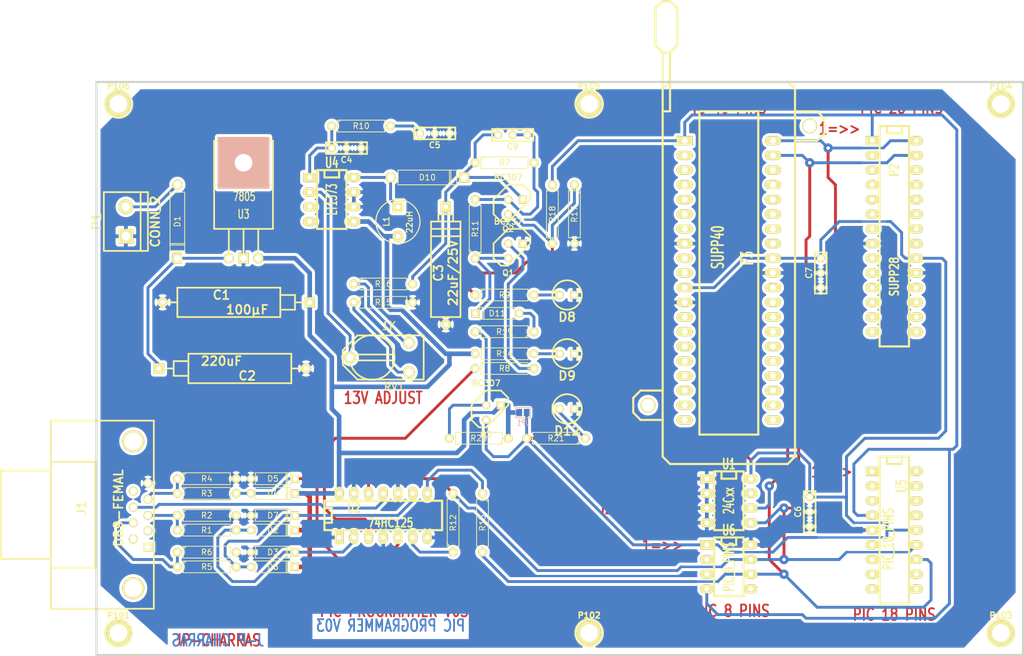
<source format=kicad_pcb>
(kicad_pcb (version 20171130) (host pcbnew "(2017-11-30 revision cdf4599)-master")
  (title_block (title "SERIAL PIC PROGRAMMER"))
  (layers (0 Composant signal) (31 Cuivre signal) (34 B.Paste user) (35 F.Paste user) (36 B.SilkS user) (37 F.SilkS user) (38 B.Mask user) (39 F.Mask user) (44 Edge.Cuts user))
  (net 0 "")
  (net 1 /CTS)
  (net 2 /DTR)
  (net 3 /PC-CLOCK-OUT)
  (net 4 /TXD)
  (net 5 GND)
  (net 6 "Net-(C2-Pad1)")
  (net 7 "Net-(C4-Pad1)")
  (net 8 "Net-(C5-Pad1)")
  (net 9 "Net-(C9-Pad2)")
  (net 10 "Net-(D11-Pad1)")
  (net 11 "Net-(D11-Pad2)")
  (net 12 "Net-(Q1-Pad2)")
  (net 13 "Net-(Q2-Pad3)")
  (net 14 "Net-(Q3-Pad2)")
  (net 15 "Net-(R12-Pad1)")
  (net 16 "Net-(R13-Pad1)")
  (net 17 "Net-(R15-Pad1)")
  (net 18 "Net-(R16-Pad1)")
  (net 19 "Net-(R8-Pad1)")
  (net 20 "Net-(RV1-Pad2)")
  (net 21 VCC)
  (net 22 VPP)
  (net 23 /pic_sockets/VCC_PIC)
  (net 24 "Net-(D1-Pad2)")
  (net 25 "Net-(D4-Pad2)")
  (net 26 "Net-(D8-Pad2)")
  (net 27 "Net-(D9-Pad2)")
  (net 28 "Net-(D12-Pad2)")
  (net 29 /VPP/MCLR)
  (net 30 /CLOCK-RB6)
  (net 31 /DATA-RB7)
  (net 32 "Net-(D2-Pad2)")
  (net 33 "Net-(D6-Pad2)")
  (net 34 "Net-(D10-Pad2)")
  (module Discret:CP10 (layer Composant) (at 97.79 78.74 180)
    (fp_text reference C1 (at 2.54 1.27 180) (layer F.SilkS) (effects (font (thickness 0.3048))))
    (fp_text value 100µF (at -1.905 -1.27 180) (layer F.SilkS) (effects (font (thickness 0.3048))))
    (pad 2 thru_hole circle (at 12.7 0 180) (size 1.778 1.778) (drill 0.8128) (layers *.Cu *.Mask F.SilkS) (net 5 GND))
    (pad 1 thru_hole rect (at -12.7 0 180) (size 1.778 1.778) (drill 0.8128) (layers *.Cu *.Mask F.SilkS) (net 21 VCC))
  )
  (module Discret:CP10 (layer Composant) (at 97.155 90.17)
    (fp_text reference C2 (at 2.54 1.27) (layer F.SilkS) (effects (font (thickness 0.3048))))
    (fp_text value 220uF (at -1.905 -1.27) (layer F.SilkS) (effects (font (thickness 0.3048))))
    (pad 2 thru_hole circle (at 12.7 0) (size 1.778 1.778) (drill 0.8128) (layers *.Cu *.Mask F.SilkS) (net 5 GND))
    (pad 1 thru_hole rect (at -12.7 0) (size 1.778 1.778) (drill 0.8128) (layers *.Cu *.Mask F.SilkS) (net 6 "Net-(C2-Pad1)"))
  )
  (module Discret:CP8 (layer Composant) (at 133.985 72.39 270)
    (fp_text reference C3 (at 1.27 1.27 270) (layer F.SilkS) (effects (font (thickness 0.3048))))
    (fp_text value 22uF/25V (at 1.27 -1.27 270) (layer F.SilkS) (effects (font (thickness 0.3048))))
    (pad 1 thru_hole rect (at -10.16 0 270) (size 1.778 1.778) (drill 0.8128) (layers *.Cu *.Mask F.SilkS) (net 22 VPP))
    (pad 2 thru_hole circle (at 10.16 0 270) (size 1.778 1.778) (drill 0.8128) (layers *.Cu *.Mask F.SilkS) (net 5 GND))
  )
  (module Discret:C1-1 (layer Composant) (at 116.84 52.07)
    (fp_text reference C4 (at 0 2.032) (layer F.SilkS) (effects (font (size 1.016 1.016) (thickness 0.2032))))
    (fp_text value 0 hide)
    (pad 1 thru_hole circle (at -2.54 0) (size 1.397 1.397) (drill 0.8128) (layers *.Cu *.Mask F.SilkS) (net 7 "Net-(C4-Pad1)"))
    (pad 2 thru_hole circle (at 2.54 0) (size 1.397 1.397) (drill 0.8128) (layers *.Cu *.Mask F.SilkS) (net 5 GND))
    (pad 2 thru_hole circle (at 0 0) (size 1.397 1.397) (drill 0.8128) (layers *.Cu *.Mask F.SilkS) (net 5 GND))
  )
  (module Discret:C1-1 (layer Composant) (at 132.08 49.53)
    (fp_text reference C5 (at 0 2.032) (layer F.SilkS) (effects (font (size 1.016 1.016) (thickness 0.2032))))
    (fp_text value 10nF hide)
    (pad 1 thru_hole circle (at -2.54 0) (size 1.397 1.397) (drill 0.8128) (layers *.Cu *.Mask F.SilkS) (net 8 "Net-(C5-Pad1)"))
    (pad 2 thru_hole circle (at 2.54 0) (size 1.397 1.397) (drill 0.8128) (layers *.Cu *.Mask F.SilkS) (net 5 GND))
    (pad 2 thru_hole circle (at 0 0) (size 1.397 1.397) (drill 0.8128) (layers *.Cu *.Mask F.SilkS) (net 5 GND))
  )
  (module Discret:C1-1 (layer Composant) (at 196.85 114.935 270)
    (fp_text reference C6 (at 0 2.032 270) (layer F.SilkS) (effects (font (size 1.016 1.016) (thickness 0.2032))))
    (fp_text value 100nF hide)
    (pad 1 thru_hole circle (at -2.54 0 270) (size 1.397 1.397) (drill 0.8128) (layers *.Cu *.Mask F.SilkS) (net 23 /pic_sockets/VCC_PIC))
    (pad 2 thru_hole circle (at 2.54 0 270) (size 1.397 1.397) (drill 0.8128) (layers *.Cu *.Mask F.SilkS) (net 5 GND))
    (pad 2 thru_hole circle (at 0 0 270) (size 1.397 1.397) (drill 0.8128) (layers *.Cu *.Mask F.SilkS) (net 5 GND))
  )
  (module Discret:C1-1 (layer Composant) (at 198.755 73.66 270)
    (fp_text reference C7 (at 0 2.032 270) (layer F.SilkS) (effects (font (size 1.016 1.016) (thickness 0.2032))))
    (fp_text value 100nF hide)
    (pad 1 thru_hole circle (at -2.54 0 270) (size 1.397 1.397) (drill 0.8128) (layers *.Cu *.Mask F.SilkS) (net 23 /pic_sockets/VCC_PIC))
    (pad 2 thru_hole circle (at 2.54 0 270) (size 1.397 1.397) (drill 0.8128) (layers *.Cu *.Mask F.SilkS) (net 5 GND))
    (pad 2 thru_hole circle (at 0 0 270) (size 1.397 1.397) (drill 0.8128) (layers *.Cu *.Mask F.SilkS) (net 5 GND))
  )
  (module Discret:C1-1 (layer Composant) (at 145.542 49.784)
    (fp_text reference C9 (at 0 2.032) (layer F.SilkS) (effects (font (size 1.016 1.016) (thickness 0.2032))))
    (fp_text value 220nF hide)
    (pad 1 thru_hole circle (at -2.54 0) (size 1.397 1.397) (drill 0.8128) (layers *.Cu *.Mask F.SilkS) (net 22 VPP))
    (pad 2 thru_hole circle (at 2.54 0) (size 1.397 1.397) (drill 0.8128) (layers *.Cu *.Mask F.SilkS) (net 9 "Net-(C9-Pad2)"))
    (pad 2 thru_hole circle (at 0 0) (size 1.397 1.397) (drill 0.8128) (layers *.Cu *.Mask F.SilkS) (net 9 "Net-(C9-Pad2)"))
  )
  (module Discret:LEDV (layer Composant) (at 154.94 77.47 180)
    (fp_text reference D8 (at 0 -3.81 180) (layer F.SilkS) (effects (font (thickness 0.3048))))
    (fp_text value RED-LED hide)
    (pad 1 thru_hole rect (at -1.27 0 180) (size 1.397 1.397) (drill 0.8128) (layers *.Cu *.Mask F.SilkS) (net 5 GND))
    (pad 2 thru_hole circle (at 1.27 0 180) (size 1.397 1.397) (drill 0.8128) (layers *.Cu *.Mask F.SilkS) (net 26 "Net-(D8-Pad2)"))
  )
  (module Discret:LEDV (layer Composant) (at 154.94 87.63 180)
    (fp_text reference D9 (at 0 -3.81 180) (layer F.SilkS) (effects (font (thickness 0.3048))))
    (fp_text value GREEN-LED hide)
    (pad 1 thru_hole rect (at -1.27 0 180) (size 1.397 1.397) (drill 0.8128) (layers *.Cu *.Mask F.SilkS) (net 5 GND))
    (pad 2 thru_hole circle (at 1.27 0 180) (size 1.397 1.397) (drill 0.8128) (layers *.Cu *.Mask F.SilkS) (net 27 "Net-(D9-Pad2)"))
  )
  (module Discret:LEDV (layer Composant) (at 154.94 97.155 180)
    (fp_text reference D12 (at 0 -3.81 180) (layer F.SilkS) (effects (font (thickness 0.3048))))
    (fp_text value YELLOW-LED hide)
    (pad 1 thru_hole rect (at -1.27 0 180) (size 1.397 1.397) (drill 0.8128) (layers *.Cu *.Mask F.SilkS) (net 5 GND))
    (pad 2 thru_hole circle (at 1.27 0 180) (size 1.397 1.397) (drill 0.8128) (layers *.Cu *.Mask F.SilkS) (net 28 "Net-(D12-Pad2)"))
  )
  (module connect:DB9FC (layer Composant) (at 81.28 115.57 90)
    (fp_text reference J1 (at 1.27 -10.16 90) (layer F.SilkS) (effects (font (thickness 0.3048))))
    (fp_text value DB9-FEMAL (at 1.27 -3.81 90) (layer F.SilkS) (effects (font (thickness 0.3048))))
    (pad "" thru_hole circle (at 12.827 -1.27 90) (size 3.81 3.81) (drill 3.048) (layers *.Cu *.Mask F.SilkS))
    (pad "" thru_hole circle (at -12.573 -1.27 90) (size 3.81 3.81) (drill 3.048) (layers *.Cu *.Mask F.SilkS))
    (pad 1 thru_hole rect (at -5.461 1.27 90) (size 1.524 1.524) (drill 1.016) (layers *.Cu *.Mask F.SilkS))
    (pad 2 thru_hole circle (at -2.667 1.27 90) (size 1.524 1.524) (drill 1.016) (layers *.Cu *.Mask F.SilkS))
    (pad 3 thru_hole circle (at 0 1.27 90) (size 1.524 1.524) (drill 1.016) (layers *.Cu *.Mask F.SilkS) (net 4 /TXD))
    (pad 4 thru_hole circle (at 2.794 1.27 90) (size 1.524 1.524) (drill 1.016) (layers *.Cu *.Mask F.SilkS) (net 2 /DTR))
    (pad 5 thru_hole circle (at 5.588 1.27 90) (size 1.524 1.524) (drill 1.016) (layers *.Cu *.Mask F.SilkS) (net 5 GND))
    (pad 6 thru_hole circle (at -4.064 -1.27 90) (size 1.524 1.524) (drill 1.016) (layers *.Cu *.Mask F.SilkS))
    (pad 7 thru_hole circle (at -1.27 -1.27 90) (size 1.524 1.524) (drill 1.016) (layers *.Cu *.Mask F.SilkS) (net 3 /PC-CLOCK-OUT))
    (pad 8 thru_hole circle (at 1.397 -1.27 90) (size 1.524 1.524) (drill 1.016) (layers *.Cu *.Mask F.SilkS) (net 1 /CTS))
    (pad 9 thru_hole circle (at 4.191 -1.27 90) (size 1.524 1.524) (drill 1.016) (layers *.Cu *.Mask F.SilkS))
  )
  (module connect:GS2 (layer Cuivre) (at 147.32 97.79 270)
    (fp_text reference JP1 (at 1.778 0 180) (layer B.SilkS) (effects (font (size 1.016 0.762) (thickness 0.127)) (justify mirror)))
    (fp_text value JUMPER hide)
    (pad 1 smd rect (at 0 0.635 270) (size 1.27 0.9652) (layers Cuivre B.Paste B.Mask) (net 21 VCC))
    (pad 2 smd rect (at 0 -0.635 270) (size 1.27 0.9652) (layers Cuivre B.Paste B.Mask) (net 23 /pic_sockets/VCC_PIC))
  )
  (module inductors:INDUCTOR_V (layer Composant) (at 125.73 64.77 270)
    (fp_text reference L1 (at 0 1.99898 270) (layer F.SilkS) (effects (font (size 1.00076 1.00076) (thickness 0.2032))))
    (fp_text value 22uH (at 0.09906 -1.99898 270) (layer F.SilkS) (effects (font (size 1.00076 1.00076) (thickness 0.2032))))
    (pad 1 thru_hole rect (at -2.54 0 270) (size 1.905 1.905) (drill 0.8128) (layers *.Cu *.Mask F.SilkS) (net 34 "Net-(D10-Pad2)"))
    (pad 2 thru_hole circle (at 2.54 0 270) (size 1.905 1.905) (drill 0.8128) (layers *.Cu *.Mask F.SilkS) (net 21 VCC))
  )
  (module connect:bornier2 (layer Composant) (at 78.74 64.77 90)
    (fp_text reference P1 (at 0 -5.08 90) (layer F.SilkS) (effects (font (thickness 0.3048))))
    (fp_text value CONN_2 (at 0 5.08 90) (layer F.SilkS) (effects (font (thickness 0.3048))))
    (pad 1 thru_hole rect (at -2.54 0 90) (size 2.54 2.54) (drill 1.524) (layers *.Cu *.Mask F.SilkS) (net 5 GND))
    (pad 2 thru_hole circle (at 2.54 0 90) (size 2.54 2.54) (drill 1.524) (layers *.Cu *.Mask F.SilkS) (net 24 "Net-(D1-Pad2)"))
  )
  (module Discret:TO92 (layer Composant) (at 146.05 69.85)
    (fp_text reference Q1 (at -1.27 3.81) (layer F.SilkS) (effects (font (size 1.016 1.016) (thickness 0.2032))))
    (fp_text value BC237 (at -1.27 -5.08) (layer F.SilkS) (effects (font (size 1.016 1.016) (thickness 0.2032))))
    (pad 1 thru_hole rect (at 1.27 -1.27) (size 1.397 1.397) (drill 0.8128) (layers *.Cu *.Mask F.SilkS) (net 5 GND))
    (pad 2 thru_hole circle (at -1.27 -1.27) (size 1.397 1.397) (drill 0.8128) (layers *.Cu *.Mask F.SilkS) (net 12 "Net-(Q1-Pad2)"))
    (pad 3 thru_hole circle (at -1.27 1.27) (size 1.397 1.397) (drill 0.8128) (layers *.Cu *.Mask F.SilkS) (net 10 "Net-(D11-Pad1)"))
  )
  (module Discret:TO92 (layer Composant) (at 146.05 62.23)
    (fp_text reference Q2 (at -1.27 3.81) (layer F.SilkS) (effects (font (size 1.016 1.016) (thickness 0.2032))))
    (fp_text value BC307 (at -1.27 -5.08) (layer F.SilkS) (effects (font (size 1.016 1.016) (thickness 0.2032))))
    (pad 1 thru_hole rect (at 1.27 -1.27) (size 1.397 1.397) (drill 0.8128) (layers *.Cu *.Mask F.SilkS) (net 22 VPP))
    (pad 2 thru_hole circle (at -1.27 -1.27) (size 1.397 1.397) (drill 0.8128) (layers *.Cu *.Mask F.SilkS) (net 9 "Net-(C9-Pad2)"))
    (pad 3 thru_hole circle (at -1.27 1.27) (size 1.397 1.397) (drill 0.8128) (layers *.Cu *.Mask F.SilkS) (net 13 "Net-(Q2-Pad3)"))
  )
  (module Discret:TO92 (layer Composant) (at 142.24 97.79)
    (fp_text reference Q3 (at -1.27 3.81) (layer F.SilkS) (effects (font (size 1.016 1.016) (thickness 0.2032))))
    (fp_text value BC307 (at -1.27 -5.08) (layer F.SilkS) (effects (font (size 1.016 1.016) (thickness 0.2032))))
    (pad 1 thru_hole rect (at 1.27 -1.27) (size 1.397 1.397) (drill 0.8128) (layers *.Cu *.Mask F.SilkS) (net 21 VCC))
    (pad 2 thru_hole circle (at -1.27 -1.27) (size 1.397 1.397) (drill 0.8128) (layers *.Cu *.Mask F.SilkS) (net 14 "Net-(Q3-Pad2)"))
    (pad 3 thru_hole circle (at -1.27 1.27) (size 1.397 1.397) (drill 0.8128) (layers *.Cu *.Mask F.SilkS) (net 23 /pic_sockets/VCC_PIC))
  )
  (module Discret:RV2X4 (layer Composant) (at 122.555 88.265 180)
    (fp_text reference RV1 (at -2.54 -5.08 180) (layer F.SilkS) (effects (font (size 1.397 1.27) (thickness 0.2032))))
    (fp_text value 1K (at -1.651 5.461 180) (layer F.SilkS) (effects (font (size 1.397 1.27) (thickness 0.2032))))
    (pad 1 thru_hole circle (at -5.08 -2.54 180) (size 2.032 2.032) (drill 1.27) (layers *.Cu *.Mask F.SilkS) (net 17 "Net-(R15-Pad1)"))
    (pad 2 thru_hole circle (at 5.08 0 180) (size 2.032 2.032) (drill 1.27) (layers *.Cu *.Mask F.SilkS) (net 20 "Net-(RV1-Pad2)"))
    (pad 3 thru_hole circle (at -5.08 2.54 180) (size 2.032 2.032) (drill 1.27) (layers *.Cu *.Mask F.SilkS) (net 18 "Net-(R16-Pad1)"))
  )
  (module dip_sockets:DIP-8__300_ELL (layer Composant) (at 182.88 113.03 270)
    (fp_text reference U1 (at -6.35 0) (layer F.SilkS) (effects (font (size 1.778 1.143) (thickness 0.3048))))
    (fp_text value 24Cxx (at 0 0 270) (layer F.SilkS) (effects (font (size 1.778 1.016) (thickness 0.3048))))
    (pad 1 thru_hole rect (at -3.81 3.81 270) (size 1.5748 2.286) (drill 0.8128) (layers *.Cu *.Mask F.SilkS) (net 5 GND))
    (pad 2 thru_hole oval (at -1.27 3.81 270) (size 1.5748 2.286) (drill 0.8128) (layers *.Cu *.Mask F.SilkS) (net 5 GND))
    (pad 3 thru_hole oval (at 1.27 3.81 270) (size 1.5748 2.286) (drill 0.8128) (layers *.Cu *.Mask F.SilkS) (net 5 GND))
    (pad 4 thru_hole oval (at 3.81 3.81 270) (size 1.5748 2.286) (drill 0.8128) (layers *.Cu *.Mask F.SilkS) (net 5 GND))
    (pad 5 thru_hole oval (at 3.81 -3.81 270) (size 1.5748 2.286) (drill 0.8128) (layers *.Cu *.Mask F.SilkS) (net 31 /DATA-RB7))
    (pad 6 thru_hole oval (at 1.27 -3.81 270) (size 1.5748 2.286) (drill 0.8128) (layers *.Cu *.Mask F.SilkS) (net 30 /CLOCK-RB6))
    (pad 7 thru_hole oval (at -1.27 -3.81 270) (size 1.5748 2.286) (drill 0.8128) (layers *.Cu *.Mask F.SilkS))
    (pad 8 thru_hole oval (at -3.81 -3.81 270) (size 1.5748 2.286) (drill 0.8128) (layers *.Cu *.Mask F.SilkS) (net 23 /pic_sockets/VCC_PIC))
  )
  (module dip_sockets:DIP-14__300_ELL (layer Composant) (at 123.19 115.57)
    (fp_text reference U2 (at -5.08 -1.27) (layer F.SilkS) (effects (font (size 1.524 1.143) (thickness 0.3048))))
    (fp_text value 74HC125 (at 1.27 1.27) (layer F.SilkS) (effects (font (size 1.524 1.143) (thickness 0.3048))))
    (pad 1 thru_hole rect (at -7.62 3.81) (size 1.5748 2.286) (drill 0.8128) (layers *.Cu *.Mask F.SilkS) (net 5 GND))
    (pad 2 thru_hole oval (at -5.08 3.81) (size 1.5748 2.286) (drill 0.8128) (layers *.Cu *.Mask F.SilkS) (net 32 "Net-(D2-Pad2)"))
    (pad 3 thru_hole oval (at -2.54 3.81) (size 1.5748 2.286) (drill 0.8128) (layers *.Cu *.Mask F.SilkS) (net 19 "Net-(R8-Pad1)"))
    (pad 4 thru_hole oval (at 0 3.81) (size 1.5748 2.286) (drill 0.8128) (layers *.Cu *.Mask F.SilkS) (net 5 GND))
    (pad 5 thru_hole oval (at 2.54 3.81) (size 1.5748 2.286) (drill 0.8128) (layers *.Cu *.Mask F.SilkS) (net 25 "Net-(D4-Pad2)"))
    (pad 6 thru_hole oval (at 5.08 3.81) (size 1.5748 2.286) (drill 0.8128) (layers *.Cu *.Mask F.SilkS) (net 15 "Net-(R12-Pad1)"))
    (pad 7 thru_hole oval (at 7.62 3.81) (size 1.5748 2.286) (drill 0.8128) (layers *.Cu *.Mask F.SilkS) (net 5 GND))
    (pad 8 thru_hole oval (at 7.62 -3.81) (size 1.5748 2.286) (drill 0.8128) (layers *.Cu *.Mask F.SilkS) (net 16 "Net-(R13-Pad1)"))
    (pad 9 thru_hole oval (at 5.08 -3.81) (size 1.5748 2.286) (drill 0.8128) (layers *.Cu *.Mask F.SilkS) (net 33 "Net-(D6-Pad2)"))
    (pad 10 thru_hole oval (at 2.54 -3.81) (size 1.5748 2.286) (drill 0.8128) (layers *.Cu *.Mask F.SilkS) (net 5 GND))
    (pad 11 thru_hole oval (at 0 -3.81) (size 1.5748 2.286) (drill 0.8128) (layers *.Cu *.Mask F.SilkS) (net 1 /CTS))
    (pad 12 thru_hole oval (at -2.54 -3.81) (size 1.5748 2.286) (drill 0.8128) (layers *.Cu *.Mask F.SilkS) (net 31 /DATA-RB7))
    (pad 13 thru_hole oval (at -5.08 -3.81) (size 1.5748 2.286) (drill 0.8128) (layers *.Cu *.Mask F.SilkS) (net 5 GND))
    (pad 14 thru_hole oval (at -7.62 -3.81) (size 1.5748 2.286) (drill 0.8128) (layers *.Cu *.Mask F.SilkS) (net 21 VCC))
  )
  (module Discret:LM78XX (layer Composant) (at 99.06 71.12 90)
    (fp_text reference U3 (at 7.62 0 180) (layer F.SilkS) (effects (font (size 1.524 1.016) (thickness 0.2032))))
    (fp_text value 7805 (at 10.668 0.127 180) (layer F.SilkS) (effects (font (size 1.524 1.016) (thickness 0.2032))))
    (pad 4 thru_hole rect (at 16.51 0 90) (size 8.89 8.89) (drill 3.048) (layers *.Cu *.SilkS *.Mask))
    (pad VI thru_hole circle (at 0 -2.54 90) (size 1.778 1.778) (drill 1.143) (layers *.Cu *.Mask F.SilkS) (net 6 "Net-(C2-Pad1)"))
    (pad GND thru_hole rect (at 0 0 90) (size 1.778 1.778) (drill 1.143) (layers *.Cu *.Mask F.SilkS) (net 5 GND))
    (pad VO thru_hole circle (at 0 2.54 90) (size 1.778 1.778) (drill 1.143) (layers *.Cu *.Mask F.SilkS) (net 21 VCC))
  )
  (module dip_sockets:DIP-8__300_ELL (layer Composant) (at 114.3 60.96 270)
    (fp_text reference U4 (at -6.35 0) (layer F.SilkS) (effects (font (size 1.778 1.143) (thickness 0.3048))))
    (fp_text value LT1373 (at 0 0 270) (layer F.SilkS) (effects (font (size 1.778 1.016) (thickness 0.3048))))
    (pad 1 thru_hole rect (at -3.81 3.81 270) (size 1.5748 2.286) (drill 0.8128) (layers *.Cu *.Mask F.SilkS) (net 7 "Net-(C4-Pad1)"))
    (pad 2 thru_hole oval (at -1.27 3.81 270) (size 1.5748 2.286) (drill 0.8128) (layers *.Cu *.Mask F.SilkS) (net 20 "Net-(RV1-Pad2)"))
    (pad 3 thru_hole oval (at 1.27 3.81 270) (size 1.5748 2.286) (drill 0.8128) (layers *.Cu *.Mask F.SilkS))
    (pad 4 thru_hole oval (at 3.81 3.81 270) (size 1.5748 2.286) (drill 0.8128) (layers *.Cu *.Mask F.SilkS))
    (pad 5 thru_hole oval (at 3.81 -3.81 270) (size 1.5748 2.286) (drill 0.8128) (layers *.Cu *.Mask F.SilkS) (net 21 VCC))
    (pad 6 thru_hole oval (at 1.27 -3.81 270) (size 1.5748 2.286) (drill 0.8128) (layers *.Cu *.Mask F.SilkS) (net 5 GND))
    (pad 7 thru_hole oval (at -1.27 -3.81 270) (size 1.5748 2.286) (drill 0.8128) (layers *.Cu *.Mask F.SilkS) (net 5 GND))
    (pad 8 thru_hole oval (at -3.81 -3.81 270) (size 1.5748 2.286) (drill 0.8128) (layers *.Cu *.Mask F.SilkS) (net 34 "Net-(D10-Pad2)"))
  )
  (module dip_sockets:DIP-18__300_ELL (layer Composant) (at 211.455 118.11 270)
    (fp_text reference U5 (at -7.62 -1.27 270) (layer F.SilkS) (effects (font (size 1.778 1.143) (thickness 0.3048))))
    (fp_text value PIC_18_PINS (at 1.524 1.016 270) (layer F.SilkS) (effects (font (size 1.778 1.143) (thickness 0.3048))))
    (pad 1 thru_hole rect (at -10.16 3.81 270) (size 1.5748 2.286) (drill 0.8128) (layers *.Cu *.Mask F.SilkS))
    (pad 2 thru_hole oval (at -7.62 3.81 270) (size 1.5748 2.286) (drill 0.8128) (layers *.Cu *.Mask F.SilkS))
    (pad 3 thru_hole oval (at -5.08 3.81 270) (size 1.5748 2.286) (drill 0.8128) (layers *.Cu *.Mask F.SilkS))
    (pad 4 thru_hole oval (at -2.54 3.81 270) (size 1.5748 2.286) (drill 0.8128) (layers *.Cu *.Mask F.SilkS) (net 29 /VPP/MCLR))
    (pad 5 thru_hole oval (at 0 3.81 270) (size 1.5748 2.286) (drill 0.8128) (layers *.Cu *.Mask F.SilkS) (net 5 GND))
    (pad 6 thru_hole oval (at 2.54 3.81 270) (size 1.5748 2.286) (drill 0.8128) (layers *.Cu *.Mask F.SilkS))
    (pad 7 thru_hole oval (at 5.08 3.81 270) (size 1.5748 2.286) (drill 0.8128) (layers *.Cu *.Mask F.SilkS))
    (pad 8 thru_hole oval (at 7.62 3.81 270) (size 1.5748 2.286) (drill 0.8128) (layers *.Cu *.Mask F.SilkS))
    (pad 9 thru_hole oval (at 10.16 3.81 270) (size 1.5748 2.286) (drill 0.8128) (layers *.Cu *.Mask F.SilkS))
    (pad 10 thru_hole oval (at 10.16 -3.81 270) (size 1.5748 2.286) (drill 0.8128) (layers *.Cu *.Mask F.SilkS))
    (pad 11 thru_hole oval (at 7.62 -3.81 270) (size 1.5748 2.286) (drill 0.8128) (layers *.Cu *.Mask F.SilkS))
    (pad 12 thru_hole oval (at 5.08 -3.81 270) (size 1.5748 2.286) (drill 0.8128) (layers *.Cu *.Mask F.SilkS) (net 30 /CLOCK-RB6))
    (pad 13 thru_hole oval (at 2.54 -3.81 270) (size 1.5748 2.286) (drill 0.8128) (layers *.Cu *.Mask F.SilkS) (net 31 /DATA-RB7))
    (pad 14 thru_hole oval (at 0 -3.81 270) (size 1.5748 2.286) (drill 0.8128) (layers *.Cu *.Mask F.SilkS) (net 23 /pic_sockets/VCC_PIC))
    (pad 15 thru_hole oval (at -2.54 -3.81 270) (size 1.5748 2.286) (drill 0.8128) (layers *.Cu *.Mask F.SilkS))
    (pad 16 thru_hole oval (at -5.08 -3.81 270) (size 1.5748 2.286) (drill 0.8128) (layers *.Cu *.Mask F.SilkS))
    (pad 17 thru_hole oval (at -7.62 -3.81 270) (size 1.5748 2.286) (drill 0.8128) (layers *.Cu *.Mask F.SilkS))
    (pad 18 thru_hole oval (at -10.16 -3.81 270) (size 1.5748 2.286) (drill 0.8128) (layers *.Cu *.Mask F.SilkS))
  )
  (module dip_sockets:DIP-8__300_ELL (layer Composant) (at 182.88 124.46 270)
    (fp_text reference U6 (at -6.35 0) (layer F.SilkS) (effects (font (size 1.778 1.143) (thickness 0.3048))))
    (fp_text value PIC_8_PINS (at 0 0 270) (layer F.SilkS) (effects (font (size 1.778 1.016) (thickness 0.3048))))
    (pad 1 thru_hole rect (at -3.81 3.81 270) (size 1.5748 2.286) (drill 0.8128) (layers *.Cu *.Mask F.SilkS) (net 23 /pic_sockets/VCC_PIC))
    (pad 2 thru_hole oval (at -1.27 3.81 270) (size 1.5748 2.286) (drill 0.8128) (layers *.Cu *.Mask F.SilkS))
    (pad 3 thru_hole oval (at 1.27 3.81 270) (size 1.5748 2.286) (drill 0.8128) (layers *.Cu *.Mask F.SilkS))
    (pad 4 thru_hole oval (at 3.81 3.81 270) (size 1.5748 2.286) (drill 0.8128) (layers *.Cu *.Mask F.SilkS) (net 29 /VPP/MCLR))
    (pad 5 thru_hole oval (at 3.81 -3.81 270) (size 1.5748 2.286) (drill 0.8128) (layers *.Cu *.Mask F.SilkS))
    (pad 6 thru_hole oval (at 1.27 -3.81 270) (size 1.5748 2.286) (drill 0.8128) (layers *.Cu *.Mask F.SilkS) (net 30 /CLOCK-RB6))
    (pad 7 thru_hole oval (at -1.27 -3.81 270) (size 1.5748 2.286) (drill 0.8128) (layers *.Cu *.Mask F.SilkS) (net 31 /DATA-RB7))
    (pad 8 thru_hole oval (at -3.81 -3.81 270) (size 1.5748 2.286) (drill 0.8128) (layers *.Cu *.Mask F.SilkS) (net 5 GND))
  )
  (module footprints:1pin-4 (layer Composant) (at 77.47 135.89)
    (fp_text reference P101 (at 0 -3.048) (layer F.SilkS) (effects (font (size 1.016 1.016) (thickness 0.254))))
    (fp_text value CONN_1 hide)
    (pad 1 thru_hole circle (at 0 0) (size 4.064 4.064) (drill 3.048) (layers *.Cu *.Mask F.SilkS))
  )
  (module footprints:1pin-4 (layer Composant) (at 158.75 135.89)
    (fp_text reference P102 (at 0 -3.048) (layer F.SilkS) (effects (font (size 1.016 1.016) (thickness 0.254))))
    (fp_text value CONN_1 hide)
    (pad 1 thru_hole circle (at 0 0) (size 4.064 4.064) (drill 3.048) (layers *.Cu *.Mask F.SilkS))
  )
  (module footprints:1pin-4 (layer Composant) (at 229.87 135.89)
    (fp_text reference P103 (at 0 -3.048) (layer F.SilkS) (effects (font (size 1.016 1.016) (thickness 0.254))))
    (fp_text value CONN_1 hide)
    (pad 1 thru_hole circle (at 0 0) (size 4.064 4.064) (drill 3.048) (layers *.Cu *.Mask F.SilkS))
  )
  (module footprints:1pin-4 (layer Composant) (at 229.87 44.45)
    (fp_text reference P104 (at 0 -3.048) (layer F.SilkS) (effects (font (size 1.016 1.016) (thickness 0.254))))
    (fp_text value CONN_1 hide)
    (pad 1 thru_hole circle (at 0 0) (size 4.064 4.064) (drill 3.048) (layers *.Cu *.Mask F.SilkS))
  )
  (module footprints:1pin-4 (layer Composant) (at 158.75 44.45)
    (fp_text reference P105 (at 0 -3.048) (layer F.SilkS) (effects (font (size 1.016 1.016) (thickness 0.254))))
    (fp_text value CONN_1 hide)
    (pad 1 thru_hole circle (at 0 0) (size 4.064 4.064) (drill 3.048) (layers *.Cu *.Mask F.SilkS))
  )
  (module footprints:1pin-4 (layer Composant) (at 77.47 44.45)
    (fp_text reference P106 (at 0 -3.048) (layer F.SilkS) (effects (font (size 1.016 1.016) (thickness 0.254))))
    (fp_text value CONN_1 hide)
    (pad 1 thru_hole circle (at 0 0) (size 4.064 4.064) (drill 3.048) (layers *.Cu *.Mask F.SilkS))
  )
  (module sockets:40tex-Ell600 (layer Composant) (at 182.88 74.93 270)
    (fp_text reference P3 (at -3.81 -3.175 270) (layer F.SilkS) (effects (font (size 2.032 1.27) (thickness 0.3048))))
    (fp_text value SUPP40 (at -5.715 1.905 270) (layer F.SilkS) (effects (font (size 2.032 1.27) (thickness 0.3048))))
    (pad 1 thru_hole rect (at -24.13 7.62 270) (size 1.5748 2.794) (drill 1.016) (layers *.Cu *.Mask F.SilkS) (net 29 /VPP/MCLR))
    (pad 2 thru_hole oval (at -21.59 7.62 270) (size 1.5748 2.794) (drill 1.016) (layers *.Cu *.Mask F.SilkS))
    (pad 3 thru_hole oval (at -19.05 7.62 270) (size 1.5748 2.794) (drill 1.016) (layers *.Cu *.Mask F.SilkS))
    (pad 4 thru_hole oval (at -16.51 7.62 270) (size 1.5748 2.794) (drill 1.016) (layers *.Cu *.Mask F.SilkS))
    (pad 5 thru_hole oval (at -13.97 7.62 270) (size 1.5748 2.794) (drill 1.016) (layers *.Cu *.Mask F.SilkS))
    (pad 6 thru_hole oval (at -11.43 7.62 270) (size 1.5748 2.794) (drill 1.016) (layers *.Cu *.Mask F.SilkS))
    (pad 7 thru_hole oval (at -8.89 7.62 270) (size 1.5748 2.794) (drill 1.016) (layers *.Cu *.Mask F.SilkS))
    (pad 8 thru_hole oval (at -6.35 7.62 270) (size 1.5748 2.794) (drill 1.016) (layers *.Cu *.Mask F.SilkS) (net 5 GND))
    (pad 9 thru_hole oval (at -3.81 7.62 270) (size 1.5748 2.794) (drill 1.016) (layers *.Cu *.Mask F.SilkS))
    (pad 10 thru_hole oval (at -1.27 7.62 270) (size 1.5748 2.794) (drill 1.016) (layers *.Cu *.Mask F.SilkS))
    (pad 11 thru_hole oval (at 1.27 7.62 270) (size 1.5748 2.794) (drill 1.016) (layers *.Cu *.Mask F.SilkS) (net 23 /pic_sockets/VCC_PIC))
    (pad 12 thru_hole oval (at 3.81 7.62 270) (size 1.5748 2.794) (drill 1.016) (layers *.Cu *.Mask F.SilkS) (net 5 GND))
    (pad 13 thru_hole oval (at 6.35 7.62 270) (size 1.5748 2.794) (drill 1.016) (layers *.Cu *.Mask F.SilkS))
    (pad 14 thru_hole oval (at 8.89 7.62 270) (size 1.5748 2.794) (drill 1.016) (layers *.Cu *.Mask F.SilkS))
    (pad 15 thru_hole oval (at 11.43 7.62 270) (size 1.5748 2.794) (drill 1.016) (layers *.Cu *.Mask F.SilkS))
    (pad 16 thru_hole oval (at 13.97 7.62 270) (size 1.5748 2.794) (drill 1.016) (layers *.Cu *.Mask F.SilkS))
    (pad 17 thru_hole oval (at 16.51 7.62 270) (size 1.5748 2.794) (drill 1.016) (layers *.Cu *.Mask F.SilkS))
    (pad 18 thru_hole oval (at 19.05 7.62 270) (size 1.5748 2.794) (drill 1.016) (layers *.Cu *.Mask F.SilkS))
    (pad 19 thru_hole oval (at 21.59 7.62 270) (size 1.5748 2.794) (drill 1.016) (layers *.Cu *.Mask F.SilkS))
    (pad 20 thru_hole oval (at 24.13 7.62 270) (size 1.5748 2.794) (drill 1.016) (layers *.Cu *.Mask F.SilkS))
    (pad 21 thru_hole oval (at 24.13 -7.62 270) (size 1.5748 2.794) (drill 1.016) (layers *.Cu *.Mask F.SilkS))
    (pad 22 thru_hole oval (at 21.59 -7.62 270) (size 1.5748 2.794) (drill 1.016) (layers *.Cu *.Mask F.SilkS))
    (pad 23 thru_hole oval (at 19.05 -7.62 270) (size 1.5748 2.794) (drill 1.016) (layers *.Cu *.Mask F.SilkS))
    (pad 24 thru_hole oval (at 16.51 -7.62 270) (size 1.5748 2.794) (drill 1.016) (layers *.Cu *.Mask F.SilkS))
    (pad 25 thru_hole oval (at 13.97 -7.62 270) (size 1.5748 2.794) (drill 1.016) (layers *.Cu *.Mask F.SilkS))
    (pad 26 thru_hole oval (at 11.43 -7.62 270) (size 1.5748 2.794) (drill 1.016) (layers *.Cu *.Mask F.SilkS))
    (pad 27 thru_hole oval (at 8.89 -7.62 270) (size 1.5748 2.794) (drill 1.016) (layers *.Cu *.Mask F.SilkS))
    (pad 28 thru_hole oval (at 6.35 -7.62 270) (size 1.5748 2.794) (drill 1.016) (layers *.Cu *.Mask F.SilkS))
    (pad 29 thru_hole oval (at 3.81 -7.62 270) (size 1.5748 2.794) (drill 1.016) (layers *.Cu *.Mask F.SilkS))
    (pad 30 thru_hole oval (at 1.27 -7.62 270) (size 1.5748 2.794) (drill 1.016) (layers *.Cu *.Mask F.SilkS))
    (pad 31 thru_hole oval (at -1.27 -7.62 270) (size 1.5748 2.794) (drill 1.016) (layers *.Cu *.Mask F.SilkS) (net 5 GND))
    (pad 32 thru_hole oval (at -3.81 -7.62 270) (size 1.5748 2.794) (drill 1.016) (layers *.Cu *.Mask F.SilkS) (net 23 /pic_sockets/VCC_PIC))
    (pad 33 thru_hole oval (at -6.35 -7.62 270) (size 1.5748 2.794) (drill 1.016) (layers *.Cu *.Mask F.SilkS))
    (pad 34 thru_hole oval (at -8.89 -7.62 270) (size 1.5748 2.794) (drill 1.016) (layers *.Cu *.Mask F.SilkS))
    (pad 35 thru_hole oval (at -11.43 -7.62 270) (size 1.5748 2.794) (drill 1.016) (layers *.Cu *.Mask F.SilkS))
    (pad 36 thru_hole oval (at -13.97 -7.62 270) (size 1.5748 2.794) (drill 1.016) (layers *.Cu *.Mask F.SilkS))
    (pad 37 thru_hole oval (at -16.51 -7.62 270) (size 1.5748 2.794) (drill 1.016) (layers *.Cu *.Mask F.SilkS))
    (pad 38 thru_hole oval (at -19.05 -7.62 270) (size 1.5748 2.794) (drill 1.016) (layers *.Cu *.Mask F.SilkS))
    (pad 39 thru_hole oval (at -21.59 -7.62 270) (size 1.5748 2.794) (drill 1.016) (layers *.Cu *.Mask F.SilkS) (net 30 /CLOCK-RB6))
    (pad 40 thru_hole oval (at -24.13 -7.62 270) (size 1.5748 2.794) (drill 1.016) (layers *.Cu *.Mask F.SilkS) (net 31 /DATA-RB7))
    (pad HOLE thru_hole circle (at -26.67 -13.97 270) (size 2.54 2.54) (drill 2.032) (layers *.Cu *.Mask F.SilkS))
    (pad HOLE thru_hole circle (at 21.59 13.97 270) (size 2.54 2.54) (drill 2.032) (layers *.Cu *.Mask F.SilkS))
  )
  (module dip_sockets:DIP-28__300_ELL (layer Composant) (at 211.455 67.31 270)
    (fp_text reference P2 (at -11.43 0 270) (layer F.SilkS) (effects (font (size 1.524 1.143) (thickness 0.3048))))
    (fp_text value SUPP28 (at 6.985 0 270) (layer F.SilkS) (effects (font (size 1.524 1.143) (thickness 0.3048))))
    (pad 2 thru_hole oval (at -13.97 3.81 270) (size 1.5748 2.286) (drill 0.8128) (layers *.Cu *.Mask F.SilkS))
    (pad 3 thru_hole oval (at -11.43 3.81 270) (size 1.5748 2.286) (drill 0.8128) (layers *.Cu *.Mask F.SilkS))
    (pad 4 thru_hole oval (at -8.89 3.81 270) (size 1.5748 2.286) (drill 0.8128) (layers *.Cu *.Mask F.SilkS))
    (pad 5 thru_hole oval (at -6.35 3.81 270) (size 1.5748 2.286) (drill 0.8128) (layers *.Cu *.Mask F.SilkS))
    (pad 6 thru_hole oval (at -3.81 3.81 270) (size 1.5748 2.286) (drill 0.8128) (layers *.Cu *.Mask F.SilkS))
    (pad 7 thru_hole oval (at -1.27 3.81 270) (size 1.5748 2.286) (drill 0.8128) (layers *.Cu *.Mask F.SilkS))
    (pad 8 thru_hole oval (at 1.27 3.81 270) (size 1.5748 2.286) (drill 0.8128) (layers *.Cu *.Mask F.SilkS) (net 5 GND))
    (pad 9 thru_hole oval (at 3.81 3.81 270) (size 1.5748 2.286) (drill 0.8128) (layers *.Cu *.Mask F.SilkS))
    (pad 10 thru_hole oval (at 6.35 3.81 270) (size 1.5748 2.286) (drill 0.8128) (layers *.Cu *.Mask F.SilkS))
    (pad 11 thru_hole oval (at 8.89 3.81 270) (size 1.5748 2.286) (drill 0.8128) (layers *.Cu *.Mask F.SilkS))
    (pad 12 thru_hole oval (at 11.43 3.81 270) (size 1.5748 2.286) (drill 0.8128) (layers *.Cu *.Mask F.SilkS))
    (pad 13 thru_hole oval (at 13.97 3.81 270) (size 1.5748 2.286) (drill 0.8128) (layers *.Cu *.Mask F.SilkS))
    (pad 14 thru_hole oval (at 16.51 3.81 270) (size 1.5748 2.286) (drill 0.8128) (layers *.Cu *.Mask F.SilkS))
    (pad 1 thru_hole rect (at -16.51 3.81 270) (size 1.5748 2.286) (drill 0.8128) (layers *.Cu *.Mask F.SilkS) (net 29 /VPP/MCLR))
    (pad 15 thru_hole oval (at 16.51 -3.81 270) (size 1.5748 2.286) (drill 0.8128) (layers *.Cu *.Mask F.SilkS))
    (pad 16 thru_hole oval (at 13.97 -3.81 270) (size 1.5748 2.286) (drill 0.8128) (layers *.Cu *.Mask F.SilkS))
    (pad 17 thru_hole oval (at 11.43 -3.81 270) (size 1.5748 2.286) (drill 0.8128) (layers *.Cu *.Mask F.SilkS))
    (pad 18 thru_hole oval (at 8.89 -3.81 270) (size 1.5748 2.286) (drill 0.8128) (layers *.Cu *.Mask F.SilkS))
    (pad 19 thru_hole oval (at 6.35 -3.81 270) (size 1.5748 2.286) (drill 0.8128) (layers *.Cu *.Mask F.SilkS) (net 5 GND))
    (pad 20 thru_hole oval (at 3.81 -3.81 270) (size 1.5748 2.286) (drill 0.8128) (layers *.Cu *.Mask F.SilkS) (net 23 /pic_sockets/VCC_PIC))
    (pad 21 thru_hole oval (at 1.27 -3.81 270) (size 1.5748 2.286) (drill 0.8128) (layers *.Cu *.Mask F.SilkS))
    (pad 22 thru_hole oval (at -1.27 -3.81 270) (size 1.5748 2.286) (drill 0.8128) (layers *.Cu *.Mask F.SilkS))
    (pad 23 thru_hole oval (at -3.81 -3.81 270) (size 1.5748 2.286) (drill 0.8128) (layers *.Cu *.Mask F.SilkS))
    (pad 24 thru_hole oval (at -6.35 -3.81 270) (size 1.5748 2.286) (drill 0.8128) (layers *.Cu *.Mask F.SilkS))
    (pad 25 thru_hole oval (at -8.89 -3.81 270) (size 1.5748 2.286) (drill 0.8128) (layers *.Cu *.Mask F.SilkS))
    (pad 26 thru_hole oval (at -11.43 -3.81 270) (size 1.5748 2.286) (drill 0.8128) (layers *.Cu *.Mask F.SilkS))
    (pad 27 thru_hole oval (at -13.97 -3.81 270) (size 1.5748 2.286) (drill 0.8128) (layers *.Cu *.Mask F.SilkS) (net 30 /CLOCK-RB6))
    (pad 28 thru_hole oval (at -16.51 -3.81 270) (size 1.5748 2.286) (drill 0.8128) (layers *.Cu *.Mask F.SilkS) (net 31 /DATA-RB7))
  )
  (module Discret:D3 (layer Composant) (at 142.875 80.645 180)
    (fp_text reference D11 (at 0 0 180) (layer F.SilkS))
    (fp_text value BAT43)
    (pad 1 thru_hole rect (at 3.81 0 180) (size 1.397 1.397) (drill 0.8128) (layers *.Cu *.Mask F.SilkS) (net 10 "Net-(D11-Pad1)"))
    (pad 2 thru_hole circle (at -3.81 0 180) (size 1.397 1.397) (drill 0.8128) (layers *.Cu *.Mask F.SilkS) (net 11 "Net-(D11-Pad2)"))
  )
  (module Discret:D3 (layer Composant) (at 104.14 115.57)
    (fp_text reference D7 (at 0 0) (layer F.SilkS))
    (fp_text value BAT43)
    (pad 1 thru_hole rect (at 3.81 0) (size 1.397 1.397) (drill 0.8128) (layers *.Cu *.Mask F.SilkS) (net 33 "Net-(D6-Pad2)"))
    (pad 2 thru_hole circle (at -3.81 0) (size 1.397 1.397) (drill 0.8128) (layers *.Cu *.Mask F.SilkS) (net 5 GND))
  )
  (module Discret:D3 (layer Composant) (at 104.14 124.46)
    (fp_text reference D6 (at 0 0) (layer F.SilkS))
    (fp_text value BAT43)
    (pad 1 thru_hole rect (at 3.81 0) (size 1.397 1.397) (drill 0.8128) (layers *.Cu *.Mask F.SilkS) (net 21 VCC))
    (pad 2 thru_hole circle (at -3.81 0) (size 1.397 1.397) (drill 0.8128) (layers *.Cu *.Mask F.SilkS) (net 33 "Net-(D6-Pad2)"))
  )
  (module Discret:D3 (layer Composant) (at 104.14 109.22)
    (fp_text reference D5 (at 0 0) (layer F.SilkS))
    (fp_text value BAT43)
    (pad 1 thru_hole rect (at 3.81 0) (size 1.397 1.397) (drill 0.8128) (layers *.Cu *.Mask F.SilkS) (net 25 "Net-(D4-Pad2)"))
    (pad 2 thru_hole circle (at -3.81 0) (size 1.397 1.397) (drill 0.8128) (layers *.Cu *.Mask F.SilkS) (net 5 GND))
  )
  (module Discret:D3 (layer Composant) (at 104.14 111.76)
    (fp_text reference D4 (at 0 0) (layer F.SilkS))
    (fp_text value BAT43)
    (pad 1 thru_hole rect (at 3.81 0) (size 1.397 1.397) (drill 0.8128) (layers *.Cu *.Mask F.SilkS) (net 21 VCC))
    (pad 2 thru_hole circle (at -3.81 0) (size 1.397 1.397) (drill 0.8128) (layers *.Cu *.Mask F.SilkS) (net 25 "Net-(D4-Pad2)"))
  )
  (module Discret:D3 (layer Composant) (at 104.14 121.92)
    (fp_text reference D3 (at 0 0) (layer F.SilkS))
    (fp_text value BAT43)
    (pad 1 thru_hole rect (at 3.81 0) (size 1.397 1.397) (drill 0.8128) (layers *.Cu *.Mask F.SilkS) (net 32 "Net-(D2-Pad2)"))
    (pad 2 thru_hole circle (at -3.81 0) (size 1.397 1.397) (drill 0.8128) (layers *.Cu *.Mask F.SilkS) (net 5 GND))
  )
  (module Discret:D3 (layer Composant) (at 104.14 118.11)
    (fp_text reference D2 (at 0 0) (layer F.SilkS))
    (fp_text value BAT43)
    (pad 1 thru_hole rect (at 3.81 0) (size 1.397 1.397) (drill 0.8128) (layers *.Cu *.Mask F.SilkS) (net 21 VCC))
    (pad 2 thru_hole circle (at -3.81 0) (size 1.397 1.397) (drill 0.8128) (layers *.Cu *.Mask F.SilkS) (net 32 "Net-(D2-Pad2)"))
  )
  (module Discret:D5 (layer Composant) (at 130.81 57.15)
    (fp_text reference D10 (at 0 0) (layer F.SilkS))
    (fp_text value SCHOTTKY)
    (pad 2 thru_hole circle (at -6.35 0) (size 1.778 1.778) (drill 1.143) (layers *.Cu *.Mask F.SilkS) (net 34 "Net-(D10-Pad2)"))
    (pad 1 thru_hole rect (at 6.35 0) (size 1.778 1.778) (drill 1.143) (layers *.Cu *.Mask F.SilkS) (net 22 VPP))
  )
  (module Discret:D5 (layer Composant) (at 87.63 64.77 270)
    (fp_text reference D1 (at 0 0 270) (layer F.SilkS))
    (fp_text value 1N4004)
    (pad 2 thru_hole circle (at -6.35 0 270) (size 1.778 1.778) (drill 1.143) (layers *.Cu *.Mask F.SilkS) (net 24 "Net-(D1-Pad2)"))
    (pad 1 thru_hole rect (at 6.35 0 270) (size 1.778 1.778) (drill 1.143) (layers *.Cu *.Mask F.SilkS) (net 6 "Net-(C2-Pad1)"))
  )
  (module Discret:R4 (layer Composant) (at 92.71 111.76)
    (fp_text reference R3 (at 0 0) (layer F.SilkS))
    (fp_text value 10K)
    (pad 1 thru_hole circle (at -5.08 0) (size 1.524 1.524) (drill 0.8128) (layers *.Cu *.Mask F.SilkS) (net 2 /DTR))
    (pad 2 thru_hole circle (at 5.08 0) (size 1.524 1.524) (drill 0.8128) (layers *.Cu *.Mask F.SilkS) (net 25 "Net-(D4-Pad2)"))
  )
  (module Discret:R4 (layer Composant) (at 153.035 102.235 180)
    (fp_text reference R21 (at 0 0 180) (layer F.SilkS))
    (fp_text value 470)
    (pad 1 thru_hole circle (at -5.08 0 180) (size 1.524 1.524) (drill 0.8128) (layers *.Cu *.Mask F.SilkS) (net 28 "Net-(D12-Pad2)"))
    (pad 2 thru_hole circle (at 5.08 0 180) (size 1.524 1.524) (drill 0.8128) (layers *.Cu *.Mask F.SilkS) (net 23 /pic_sockets/VCC_PIC))
  )
  (module Discret:R4 (layer Composant) (at 139.7 102.235 180)
    (fp_text reference R20 (at 0 0 180) (layer F.SilkS))
    (fp_text value 2.2K)
    (pad 1 thru_hole circle (at -5.08 0 180) (size 1.524 1.524) (drill 0.8128) (layers *.Cu *.Mask F.SilkS) (net 21 VCC))
    (pad 2 thru_hole circle (at 5.08 0 180) (size 1.524 1.524) (drill 0.8128) (layers *.Cu *.Mask F.SilkS) (net 14 "Net-(Q3-Pad2)"))
  )
  (module Discret:R4 (layer Composant) (at 144.145 83.82 180)
    (fp_text reference R19 (at 0 0 180) (layer F.SilkS))
    (fp_text value 2.2K)
    (pad 1 thru_hole circle (at -5.08 0 180) (size 1.524 1.524) (drill 0.8128) (layers *.Cu *.Mask F.SilkS) (net 11 "Net-(D11-Pad2)"))
    (pad 2 thru_hole circle (at 5.08 0 180) (size 1.524 1.524) (drill 0.8128) (layers *.Cu *.Mask F.SilkS) (net 14 "Net-(Q3-Pad2)"))
  )
  (module Discret:R4 (layer Composant) (at 152.4 63.5 90)
    (fp_text reference R18 (at 0 0 90) (layer F.SilkS))
    (fp_text value 220)
    (pad 1 thru_hole circle (at -5.08 0 90) (size 1.524 1.524) (drill 0.8128) (layers *.Cu *.Mask F.SilkS) (net 13 "Net-(Q2-Pad3)"))
    (pad 2 thru_hole circle (at 5.08 0 90) (size 1.524 1.524) (drill 0.8128) (layers *.Cu *.Mask F.SilkS) (net 29 /VPP/MCLR))
  )
  (module Discret:R4 (layer Composant) (at 156.21 63.5 270)
    (fp_text reference R17 (at 0 0 270) (layer F.SilkS))
    (fp_text value 22K)
    (pad 1 thru_hole circle (at -5.08 0 270) (size 1.524 1.524) (drill 0.8128) (layers *.Cu *.Mask F.SilkS) (net 13 "Net-(Q2-Pad3)"))
    (pad 2 thru_hole circle (at 5.08 0 270) (size 1.524 1.524) (drill 0.8128) (layers *.Cu *.Mask F.SilkS) (net 5 GND))
  )
  (module Discret:R4 (layer Composant) (at 123.19 75.565)
    (fp_text reference R16 (at 0 0) (layer F.SilkS))
    (fp_text value 62K)
    (pad 1 thru_hole circle (at -5.08 0) (size 1.524 1.524) (drill 0.8128) (layers *.Cu *.Mask F.SilkS) (net 18 "Net-(R16-Pad1)"))
    (pad 2 thru_hole circle (at 5.08 0) (size 1.524 1.524) (drill 0.8128) (layers *.Cu *.Mask F.SilkS) (net 22 VPP))
  )
  (module Discret:R4 (layer Composant) (at 123.19 78.74)
    (fp_text reference R15 (at 0 0) (layer F.SilkS))
    (fp_text value 6.2K)
    (pad 1 thru_hole circle (at -5.08 0) (size 1.524 1.524) (drill 0.8128) (layers *.Cu *.Mask F.SilkS) (net 17 "Net-(R15-Pad1)"))
    (pad 2 thru_hole circle (at 5.08 0) (size 1.524 1.524) (drill 0.8128) (layers *.Cu *.Mask F.SilkS) (net 5 GND))
  )
  (module Discret:R4 (layer Composant) (at 144.145 87.63)
    (fp_text reference R14 (at 0 0) (layer F.SilkS))
    (fp_text value 470)
    (pad 1 thru_hole circle (at -5.08 0) (size 1.524 1.524) (drill 0.8128) (layers *.Cu *.Mask F.SilkS) (net 21 VCC))
    (pad 2 thru_hole circle (at 5.08 0) (size 1.524 1.524) (drill 0.8128) (layers *.Cu *.Mask F.SilkS) (net 27 "Net-(D9-Pad2)"))
  )
  (module Discret:R4 (layer Composant) (at 140.335 116.84 270)
    (fp_text reference R13 (at 0 0 270) (layer F.SilkS))
    (fp_text value 470)
    (pad 1 thru_hole circle (at -5.08 0 270) (size 1.524 1.524) (drill 0.8128) (layers *.Cu *.Mask F.SilkS) (net 16 "Net-(R13-Pad1)"))
    (pad 2 thru_hole circle (at 5.08 0 270) (size 1.524 1.524) (drill 0.8128) (layers *.Cu *.Mask F.SilkS) (net 30 /CLOCK-RB6))
  )
  (module Discret:R4 (layer Composant) (at 135.255 116.84 90)
    (fp_text reference R12 (at 0 0 90) (layer F.SilkS))
    (fp_text value 470)
    (pad 1 thru_hole circle (at -5.08 0 90) (size 1.524 1.524) (drill 0.8128) (layers *.Cu *.Mask F.SilkS) (net 15 "Net-(R12-Pad1)"))
    (pad 2 thru_hole circle (at 5.08 0 90) (size 1.524 1.524) (drill 0.8128) (layers *.Cu *.Mask F.SilkS) (net 31 /DATA-RB7))
  )
  (module Discret:R4 (layer Composant) (at 139.065 66.04 90)
    (fp_text reference R11 (at 0 0 90) (layer F.SilkS))
    (fp_text value 22K)
    (pad 1 thru_hole circle (at -5.08 0 90) (size 1.524 1.524) (drill 0.8128) (layers *.Cu *.Mask F.SilkS) (net 10 "Net-(D11-Pad1)"))
    (pad 2 thru_hole circle (at 5.08 0 90) (size 1.524 1.524) (drill 0.8128) (layers *.Cu *.Mask F.SilkS) (net 9 "Net-(C9-Pad2)"))
  )
  (module Discret:R4 (layer Composant) (at 119.38 48.26)
    (fp_text reference R10 (at 0 0) (layer F.SilkS))
    (fp_text value 5,1K)
    (pad 1 thru_hole circle (at -5.08 0) (size 1.524 1.524) (drill 0.8128) (layers *.Cu *.Mask F.SilkS) (net 7 "Net-(C4-Pad1)"))
    (pad 2 thru_hole circle (at 5.08 0) (size 1.524 1.524) (drill 0.8128) (layers *.Cu *.Mask F.SilkS) (net 8 "Net-(C5-Pad1)"))
  )
  (module Discret:R4 (layer Composant) (at 144.145 77.47)
    (fp_text reference R9 (at 0 0) (layer F.SilkS))
    (fp_text value 2.2K)
    (pad 1 thru_hole circle (at -5.08 0) (size 1.524 1.524) (drill 0.8128) (layers *.Cu *.Mask F.SilkS) (net 13 "Net-(Q2-Pad3)"))
    (pad 2 thru_hole circle (at 5.08 0) (size 1.524 1.524) (drill 0.8128) (layers *.Cu *.Mask F.SilkS) (net 26 "Net-(D8-Pad2)"))
  )
  (module Discret:R4 (layer Composant) (at 144.145 90.17)
    (fp_text reference R8 (at 0 0) (layer F.SilkS))
    (fp_text value 1K)
    (pad 1 thru_hole circle (at -5.08 0) (size 1.524 1.524) (drill 0.8128) (layers *.Cu *.Mask F.SilkS) (net 19 "Net-(R8-Pad1)"))
    (pad 2 thru_hole circle (at 5.08 0) (size 1.524 1.524) (drill 0.8128) (layers *.Cu *.Mask F.SilkS) (net 12 "Net-(Q1-Pad2)"))
  )
  (module Discret:R4 (layer Composant) (at 144.145 54.61)
    (fp_text reference R7 (at 0 0) (layer F.SilkS))
    (fp_text value 10K)
    (pad 1 thru_hole circle (at -5.08 0) (size 1.524 1.524) (drill 0.8128) (layers *.Cu *.Mask F.SilkS) (net 22 VPP))
    (pad 2 thru_hole circle (at 5.08 0) (size 1.524 1.524) (drill 0.8128) (layers *.Cu *.Mask F.SilkS) (net 9 "Net-(C9-Pad2)"))
  )
  (module Discret:R4 (layer Composant) (at 92.71 121.92)
    (fp_text reference R6 (at 0 0) (layer F.SilkS))
    (fp_text value 10K)
    (pad 1 thru_hole circle (at -5.08 0) (size 1.524 1.524) (drill 0.8128) (layers *.Cu *.Mask F.SilkS) (net 3 /PC-CLOCK-OUT))
    (pad 2 thru_hole circle (at 5.08 0) (size 1.524 1.524) (drill 0.8128) (layers *.Cu *.Mask F.SilkS) (net 5 GND))
  )
  (module Discret:R4 (layer Composant) (at 92.71 124.46)
    (fp_text reference R5 (at 0 0) (layer F.SilkS))
    (fp_text value 10K)
    (pad 1 thru_hole circle (at -5.08 0) (size 1.524 1.524) (drill 0.8128) (layers *.Cu *.Mask F.SilkS) (net 3 /PC-CLOCK-OUT))
    (pad 2 thru_hole circle (at 5.08 0) (size 1.524 1.524) (drill 0.8128) (layers *.Cu *.Mask F.SilkS) (net 33 "Net-(D6-Pad2)"))
  )
  (module Discret:R4 (layer Composant) (at 92.71 109.22)
    (fp_text reference R4 (at 0 0) (layer F.SilkS))
    (fp_text value 10K)
    (pad 1 thru_hole circle (at -5.08 0) (size 1.524 1.524) (drill 0.8128) (layers *.Cu *.Mask F.SilkS) (net 2 /DTR))
    (pad 2 thru_hole circle (at 5.08 0) (size 1.524 1.524) (drill 0.8128) (layers *.Cu *.Mask F.SilkS) (net 5 GND))
  )
  (module Discret:R4 (layer Composant) (at 92.71 115.57)
    (fp_text reference R2 (at 0 0) (layer F.SilkS))
    (fp_text value 10K)
    (pad 1 thru_hole circle (at -5.08 0) (size 1.524 1.524) (drill 0.8128) (layers *.Cu *.Mask F.SilkS) (net 4 /TXD))
    (pad 2 thru_hole circle (at 5.08 0) (size 1.524 1.524) (drill 0.8128) (layers *.Cu *.Mask F.SilkS) (net 5 GND))
  )
  (module Discret:R4 (layer Composant) (at 92.71 118.11)
    (fp_text reference R1 (at 0 0) (layer F.SilkS))
    (fp_text value 10K)
    (pad 1 thru_hole circle (at -5.08 0) (size 1.524 1.524) (drill 0.8128) (layers *.Cu *.Mask F.SilkS) (net 4 /TXD))
    (pad 2 thru_hole circle (at 5.08 0) (size 1.524 1.524) (drill 0.8128) (layers *.Cu *.Mask F.SilkS) (net 32 "Net-(D2-Pad2)"))
  )
  (gr_text "VCC ON" (at 162.9 99.1) (layer Composant) (effects (font (size 2.032 1.524) (thickness 0.3048))))
  (gr_text 1=>> (at 200.66 107.95) (layer Composant) (effects (font (size 2.032 1.524) (thickness 0.3048))))
  (gr_text 1=>> (at 171.45 120.65) (layer Composant) (effects (font (size 2.032 1.524) (thickness 0.3048))))
  (gr_text 1=>> (at 171.45 109.22) (layer Composant) (effects (font (size 2.032 1.524) (thickness 0.3048))))
  (gr_text 1=>> (at 202 48.7) (layer Composant) (effects (font (size 2.032 1.524) (thickness 0.3048))))
  (gr_text 1=>> (at 167.64 48.895) (layer Composant) (effects (font (size 2.032 1.524) (thickness 0.3048))))
  (gr_text JP-CHARRAS (at 94.615 137.16) (layer Composant) (effects (font (size 2.032 1.524) (thickness 0.3048))))
  (gr_text "J-P CHARRAS" (at 94.615 137.16) (layer Cuivre) (effects (font (size 2.032 1.524) (thickness 0.3048)) (justify mirror)))
  (gr_text "13V ADJUST" (at 123.19 95.25) (layer Composant) (effects (font (size 2.032 1.524) (thickness 0.3048))))
  (gr_text "PIC 40 PINS" (at 182.245 45.085) (layer Composant) (effects (font (size 2.032 1.524) (thickness 0.3048))))
  (gr_text "PIC 28 PINS" (at 212.725 45.085) (layer Composant) (effects (font (size 2.032 1.524) (thickness 0.3048))))
  (gr_text "PIC 18 PINS" (at 211.455 132.715) (layer Composant) (effects (font (size 2.032 1.524) (thickness 0.3048))))
  (gr_text "I2C PROM" (at 166.37 114.3) (layer Composant) (effects (font (size 2.032 1.524) (thickness 0.3048))))
  (gr_text "PIC 8 PINS" (at 183.515 132.08) (layer Composant) (effects (font (size 2.032 1.524) (thickness 0.3048))))
  (gr_text "PWR ON" (at 163.83 88.9) (layer Composant) (effects (font (size 2.032 1.524) (thickness 0.3048))))
  (gr_text "VPP ON" (at 163.195 80.645) (layer Composant) (effects (font (size 2.032 1.524) (thickness 0.3048))))
  (gr_text +8/12V (at 80.01 57.15) (layer Composant) (effects (font (size 2.032 1.524) (thickness 0.3048))))
  (gr_text "PIC PROGRAMMER V03" (at 125.095 132.08) (layer Composant) (effects (font (size 2.032 1.524) (thickness 0.3048))))
  (gr_text "PIC PROGRAMMER V03" (at 124.46 134.62) (layer Cuivre) (effects (font (size 2.032 1.524) (thickness 0.3048)) (justify mirror)))
  (gr_line (start 73.66 139.7) (end 73.66 40.64) (angle 90) (layer Edge.Cuts) (width 0.381))
  (gr_line (start 233.68 139.7) (end 73.66 139.7) (angle 90) (layer Edge.Cuts) (width 0.381))
  (gr_line (start 233.68 40.64) (end 233.68 139.7) (angle 90) (layer Edge.Cuts) (width 0.381))
  (gr_line (start 173.99 40.64) (end 233.68 40.64) (angle 90) (layer Edge.Cuts) (width 0.381))
  (gr_line (start 73.66 40.64) (end 173.99 40.64) (angle 90) (layer Edge.Cuts) (width 0.381))
  (segment (start 112.395 113.665) (end 113.03 114.3) (width 0.5) (layer Cuivre) (net 1))
  (segment (start 80.01 114.173) (end 83.947 114.173) (width 0.5) (layer Cuivre) (net 1))
  (segment (start 123.19 113.03) (end 123.19 111.76) (width 0.5) (layer Cuivre) (net 1))
  (segment (start 121.92 114.3) (end 123.19 113.03) (width 0.5) (layer Cuivre) (net 1))
  (segment (start 113.03 114.3) (end 121.92 114.3) (width 0.5) (layer Cuivre) (net 1))
  (segment (start 83.947 114.173) (end 84.455 113.665) (width 0.5) (layer Cuivre) (net 1))
  (segment (start 84.455 113.665) (end 112.395 113.665) (width 0.5) (layer Cuivre) (net 1))
  (segment (start 83.185 111.76) (end 87.63 111.76) (width 0.5) (layer Cuivre) (net 2))
  (segment (start 82.55 112.395) (end 83.185 111.76) (width 0.5) (layer Cuivre) (net 2))
  (segment (start 82.55 112.776) (end 82.55 112.395) (width 0.5) (layer Cuivre) (net 2))
  (segment (start 87.63 111.76) (end 87.63 109.22) (width 0.5) (layer Cuivre) (net 2))
  (segment (start 77.47 117.475) (end 77.47 120.65) (width 0.5) (layer Cuivre) (net 3))
  (segment (start 80.01 116.84) (end 78.105 116.84) (width 0.5) (layer Cuivre) (net 3))
  (segment (start 86.36 124.46) (end 87.63 124.46) (width 0.5) (layer Cuivre) (net 3))
  (segment (start 80.01 123.19) (end 85.09 123.19) (width 0.5) (layer Cuivre) (net 3))
  (segment (start 78.105 116.84) (end 77.47 117.475) (width 0.5) (layer Cuivre) (net 3))
  (segment (start 85.09 123.19) (end 86.36 124.46) (width 0.5) (layer Cuivre) (net 3))
  (segment (start 87.63 124.46) (end 87.63 121.92) (width 0.5) (layer Cuivre) (net 3))
  (segment (start 77.47 120.65) (end 80.01 123.19) (width 0.5) (layer Cuivre) (net 3))
  (segment (start 87.63 118.11) (end 87.63 115.57) (width 0.5) (layer Cuivre) (net 4))
  (segment (start 87.63 115.57) (end 82.55 115.57) (width 0.5) (layer Cuivre) (net 4))
  (segment (start 84.455 90.17) (end 84.455 89.535) (width 0.5) (layer Cuivre) (net 6))
  (segment (start 84.455 89.535) (end 82.55 87.63) (width 0.5) (layer Cuivre) (net 6))
  (segment (start 82.55 87.63) (end 82.55 76.2) (width 0.5) (layer Cuivre) (net 6))
  (segment (start 87.63 71.12) (end 96.52 71.12) (width 0.5) (layer Cuivre) (net 6))
  (segment (start 82.55 76.2) (end 87.63 71.12) (width 0.5) (layer Cuivre) (net 6))
  (segment (start 114.3 48.26) (end 114.3 52.07) (width 0.5) (layer Cuivre) (net 7))
  (segment (start 110.49 57.15) (end 110.49 53.34) (width 0.5) (layer Cuivre) (net 7))
  (segment (start 110.49 53.34) (end 111.76 52.07) (width 0.5) (layer Cuivre) (net 7))
  (segment (start 111.76 52.07) (end 114.3 52.07) (width 0.5) (layer Cuivre) (net 7))
  (segment (start 128.27 48.26) (end 129.54 49.53) (width 0.5) (layer Cuivre) (net 8))
  (segment (start 124.46 48.26) (end 128.27 48.26) (width 0.5) (layer Cuivre) (net 8))
  (segment (start 144.78 60.96) (end 139.065 60.96) (width 0.5) (layer Cuivre) (net 9))
  (segment (start 149.225 54.61) (end 149.225 59.055) (width 0.5) (layer Cuivre) (net 9))
  (segment (start 148.59 63.5) (end 147.32 63.5) (width 0.5) (layer Cuivre) (net 9))
  (segment (start 149.225 59.055) (end 149.86 59.69) (width 0.5) (layer Cuivre) (net 9))
  (segment (start 149.86 62.23) (end 148.59 63.5) (width 0.5) (layer Cuivre) (net 9))
  (segment (start 149.86 59.69) (end 149.86 62.23) (width 0.5) (layer Cuivre) (net 9))
  (segment (start 144.78 60.96) (end 147.32 63.5) (width 0.5) (layer Cuivre) (net 9))
  (segment (start 145.542 49.784) (end 148.082 49.784) (width 0.5) (layer Cuivre) (net 9))
  (segment (start 148.082 49.784) (end 148.844 49.784) (width 0.5) (layer Cuivre) (net 9))
  (segment (start 149.225 50.165) (end 149.225 54.61) (width 0.5) (layer Cuivre) (net 9))
  (segment (start 148.844 49.784) (end 149.225 50.165) (width 0.5) (layer Cuivre) (net 9))
  (segment (start 139.065 71.12) (end 141.605 73.66) (width 0.5) (layer Cuivre) (net 10))
  (segment (start 144.78 71.12) (end 139.065 71.12) (width 0.5) (layer Cuivre) (net 10))
  (segment (start 141.605 78.105) (end 139.065 80.645) (width 0.5) (layer Cuivre) (net 10))
  (segment (start 141.605 73.66) (end 141.605 78.105) (width 0.5) (layer Cuivre) (net 10))
  (segment (start 146.685 80.645) (end 148.59 80.645) (width 0.5) (layer Cuivre) (net 11))
  (segment (start 149.225 81.28) (end 149.225 83.82) (width 0.5) (layer Cuivre) (net 11))
  (segment (start 148.59 80.645) (end 149.225 81.28) (width 0.5) (layer Cuivre) (net 11))
  (segment (start 146.685 90.17) (end 144.78 88.265) (width 0.5) (layer Cuivre) (net 12))
  (segment (start 147.32 73.025) (end 144.78 75.565) (width 0.5) (layer Cuivre) (net 12))
  (segment (start 144.78 75.565) (end 144.78 88.265) (width 0.5) (layer Cuivre) (net 12))
  (segment (start 147.32 71.12) (end 147.32 73.025) (width 0.5) (layer Cuivre) (net 12))
  (segment (start 144.78 68.58) (end 147.32 71.12) (width 0.5) (layer Cuivre) (net 12))
  (segment (start 149.225 90.17) (end 146.685 90.17) (width 0.5) (layer Cuivre) (net 12))
  (segment (start 144.78 63.5) (end 145.415 63.5) (width 0.5) (layer Cuivre) (net 13))
  (segment (start 152.4 68.58) (end 152.4 69.85) (width 0.5) (layer Composant) (net 13))
  (segment (start 146.05 73.66) (end 147.955 71.755) (width 0.5) (layer Composant) (net 13))
  (segment (start 137.795 74.93) (end 137.795 76.2) (width 0.5) (layer Composant) (net 13))
  (segment (start 137.795 74.93) (end 139.065 73.66) (width 0.5) (layer Composant) (net 13))
  (segment (start 145.415 63.5) (end 147.32 65.405) (width 0.5) (layer Cuivre) (net 13))
  (segment (start 147.955 71.755) (end 150.495 71.755) (width 0.5) (layer Composant) (net 13))
  (segment (start 156.21 58.42) (end 156.21 61.595) (width 0.5) (layer Cuivre) (net 13))
  (segment (start 152.4 65.405) (end 152.4 68.58) (width 0.5) (layer Cuivre) (net 13))
  (segment (start 156.21 61.595) (end 152.4 65.405) (width 0.5) (layer Cuivre) (net 13))
  (segment (start 149.225 65.405) (end 152.4 68.58) (width 0.5) (layer Cuivre) (net 13))
  (segment (start 147.32 65.405) (end 149.225 65.405) (width 0.5) (layer Cuivre) (net 13))
  (segment (start 139.065 73.66) (end 146.05 73.66) (width 0.5) (layer Composant) (net 13))
  (segment (start 137.795 76.2) (end 139.065 77.47) (width 0.5) (layer Composant) (net 13))
  (segment (start 150.495 71.755) (end 152.4 69.85) (width 0.5) (layer Composant) (net 13))
  (segment (start 140.97 85.09) (end 139.7 83.82) (width 0.5) (layer Cuivre) (net 14))
  (segment (start 139.7 83.82) (end 139.065 83.82) (width 0.5) (layer Cuivre) (net 14))
  (segment (start 140.97 96.52) (end 135.255 96.52) (width 0.5) (layer Cuivre) (net 14))
  (segment (start 134.62 97.155) (end 134.62 102.235) (width 0.5) (layer Cuivre) (net 14))
  (segment (start 135.255 96.52) (end 134.62 97.155) (width 0.5) (layer Cuivre) (net 14))
  (segment (start 140.97 85.09) (end 140.97 96.52) (width 0.5) (layer Cuivre) (net 14))
  (segment (start 128.27 119.38) (end 128.27 120.65) (width 0.5) (layer Cuivre) (net 15))
  (segment (start 129.54 121.92) (end 135.255 121.92) (width 0.5) (layer Cuivre) (net 15))
  (segment (start 128.27 120.65) (end 129.54 121.92) (width 0.5) (layer Cuivre) (net 15))
  (segment (start 130.81 109.6264) (end 132.6896 107.7468) (width 0.5) (layer Cuivre) (net 16))
  (segment (start 130.81 111.76) (end 130.81 109.6264) (width 0.5) (layer Cuivre) (net 16))
  (segment (start 140.335 109.6772) (end 140.335 111.76) (width 0.5) (layer Cuivre) (net 16))
  (segment (start 138.4046 107.7468) (end 140.335 109.6772) (width 0.5) (layer Cuivre) (net 16))
  (segment (start 132.6896 107.7468) (end 138.4046 107.7468) (width 0.5) (layer Cuivre) (net 16))
  (segment (start 125.73 90.805) (end 127.635 90.805) (width 0.5) (layer Cuivre) (net 17))
  (segment (start 124.46 86.36) (end 124.46 89.535) (width 0.5) (layer Cuivre) (net 17))
  (segment (start 118.11 78.74) (end 118.11 80.01) (width 0.5) (layer Cuivre) (net 17))
  (segment (start 118.11 80.01) (end 124.46 86.36) (width 0.5) (layer Cuivre) (net 17))
  (segment (start 124.46 89.535) (end 125.73 90.805) (width 0.5) (layer Cuivre) (net 17))
  (segment (start 120.65 76.2) (end 120.65 79.375) (width 0.5) (layer Cuivre) (net 18))
  (segment (start 118.11 75.565) (end 120.015 75.565) (width 0.5) (layer Cuivre) (net 18))
  (segment (start 120.015 75.565) (end 120.65 76.2) (width 0.5) (layer Cuivre) (net 18))
  (segment (start 127 85.725) (end 127.635 85.725) (width 0.5) (layer Cuivre) (net 18))
  (segment (start 120.65 79.375) (end 127 85.725) (width 0.5) (layer Cuivre) (net 18))
  (segment (start 114.935 116.205) (end 120.015 116.205) (width 0.5) (layer Composant) (net 19))
  (segment (start 114.935 102.235) (end 113.03 104.14) (width 0.5) (layer Composant) (net 19))
  (segment (start 120.65 116.84) (end 120.65 119.38) (width 0.5) (layer Composant) (net 19))
  (segment (start 114.935 102.235) (end 127 102.235) (width 0.5) (layer Composant) (net 19))
  (segment (start 127 102.235) (end 139.065 90.17) (width 0.5) (layer Composant) (net 19))
  (segment (start 120.015 116.205) (end 120.65 116.84) (width 0.5) (layer Composant) (net 19))
  (segment (start 113.03 104.14) (end 113.03 114.3) (width 0.5) (layer Composant) (net 19))
  (segment (start 113.03 114.3) (end 114.935 116.205) (width 0.5) (layer Composant) (net 19))
  (segment (start 117.475 84.455) (end 117.475 88.265) (width 0.5) (layer Cuivre) (net 20))
  (segment (start 113.665 60.96) (end 113.665 80.645) (width 0.5) (layer Cuivre) (net 20))
  (segment (start 112.395 59.69) (end 113.665 60.96) (width 0.5) (layer Cuivre) (net 20))
  (segment (start 110.49 59.69) (end 112.395 59.69) (width 0.5) (layer Cuivre) (net 20))
  (segment (start 113.665 80.645) (end 117.475 84.455) (width 0.5) (layer Cuivre) (net 20))
  (segment (start 107.95 111.76) (end 109.855 111.76) (width 0.8) (layer Composant) (net 21))
  (segment (start 146.685 97.79) (end 144.78 97.79) (width 0.8) (layer Cuivre) (net 21))
  (segment (start 144.78 97.79) (end 144.78 97.917) (width 0.8) (layer Cuivre) (net 21))
  (segment (start 133.985 87.63) (end 126.365 80.01) (width 0.8) (layer Cuivre) (net 21))
  (segment (start 114.3 93.345) (end 130.81 93.345) (width 0.8) (layer Cuivre) (net 21))
  (segment (start 134.62 89.535) (end 134.62 87.63) (width 0.8) (layer Cuivre) (net 21))
  (segment (start 118.11 64.77) (end 120.65 64.77) (width 0.8) (layer Cuivre) (net 21))
  (segment (start 123.19 67.31) (end 120.65 64.77) (width 0.8) (layer Cuivre) (net 21))
  (segment (start 123.825 67.31) (end 123.19 67.31) (width 0.8) (layer Cuivre) (net 21))
  (segment (start 134.62 87.63) (end 133.985 87.63) (width 0.8) (layer Cuivre) (net 21))
  (segment (start 143.51 96.52) (end 144.78 96.52) (width 0.8) (layer Cuivre) (net 21))
  (segment (start 144.78 102.235) (end 144.78 97.917) (width 0.8) (layer Cuivre) (net 21))
  (segment (start 144.78 97.917) (end 144.78 96.52) (width 0.8) (layer Cuivre) (net 21))
  (segment (start 126.365 80.01) (end 124.46 80.01) (width 0.8) (layer Cuivre) (net 21))
  (segment (start 124.46 80.01) (end 123.825 79.375) (width 0.8) (layer Cuivre) (net 21))
  (segment (start 139.065 87.63) (end 134.62 87.63) (width 0.8) (layer Cuivre) (net 21))
  (segment (start 101.6 71.12) (end 107.95 71.12) (width 0.8) (layer Cuivre) (net 21))
  (segment (start 115.57 98.425) (end 115.57 104.775) (width 0.8) (layer Cuivre) (net 21))
  (segment (start 114.3 93.345) (end 114.3 97.155) (width 0.8) (layer Cuivre) (net 21))
  (segment (start 114.3 97.155) (end 115.57 98.425) (width 0.8) (layer Cuivre) (net 21))
  (segment (start 115.57 111.76) (end 115.57 104.775) (width 0.8) (layer Cuivre) (net 21))
  (segment (start 123.825 79.375) (end 123.825 67.31) (width 0.8) (layer Cuivre) (net 21))
  (segment (start 130.81 93.345) (end 134.62 89.535) (width 0.8) (layer Cuivre) (net 21))
  (segment (start 110.49 84.455) (end 114.3 88.265) (width 0.8) (layer Cuivre) (net 21))
  (segment (start 114.3 88.265) (end 114.3 93.345) (width 0.8) (layer Cuivre) (net 21))
  (segment (start 110.49 78.74) (end 110.49 84.455) (width 0.8) (layer Cuivre) (net 21))
  (segment (start 110.49 73.66) (end 107.95 71.12) (width 0.8) (layer Cuivre) (net 21))
  (segment (start 110.49 78.74) (end 110.49 73.66) (width 0.8) (layer Cuivre) (net 21))
  (segment (start 125.73 67.31) (end 123.825 67.31) (width 0.8) (layer Cuivre) (net 21))
  (segment (start 143.51 96.52) (end 142.24 97.79) (width 0.8) (layer Cuivre) (net 21))
  (segment (start 137.16 99.06) (end 137.16 103.505) (width 0.8) (layer Cuivre) (net 21))
  (segment (start 138.43 97.79) (end 137.16 99.06) (width 0.8) (layer Cuivre) (net 21))
  (segment (start 142.24 97.79) (end 138.43 97.79) (width 0.5) (layer Cuivre) (net 21))
  (segment (start 135.89 104.775) (end 115.57 104.775) (width 0.8) (layer Cuivre) (net 21))
  (segment (start 137.16 103.505) (end 135.89 104.775) (width 0.8) (layer Cuivre) (net 21))
  (segment (start 107.95 111.76) (end 115.57 111.76) (width 0.8) (layer Cuivre) (net 21))
  (segment (start 109.22 118.11) (end 107.95 118.11) (width 0.8) (layer Composant) (net 21))
  (segment (start 110.49 116.84) (end 109.22 118.11) (width 0.8) (layer Composant) (net 21))
  (segment (start 110.49 112.395) (end 110.49 116.84) (width 0.8) (layer Composant) (net 21))
  (segment (start 109.855 111.76) (end 110.49 112.395) (width 0.8) (layer Composant) (net 21))
  (segment (start 109.22 118.11) (end 110.49 119.38) (width 0.8) (layer Composant) (net 21))
  (segment (start 110.49 123.825) (end 109.855 124.46) (width 0.8) (layer Composant) (net 21))
  (segment (start 110.49 119.38) (end 110.49 123.825) (width 0.8) (layer Composant) (net 21))
  (segment (start 109.855 124.46) (end 107.95 124.46) (width 0.8) (layer Composant) (net 21))
  (segment (start 136.525 57.15) (end 133.985 59.69) (width 0.5) (layer Cuivre) (net 22))
  (segment (start 137.16 56.515) (end 139.065 54.61) (width 0.5) (layer Cuivre) (net 22))
  (segment (start 137.16 57.15) (end 137.16 56.515) (width 0.5) (layer Cuivre) (net 22))
  (segment (start 136.525 57.15) (end 137.16 57.15) (width 0.5) (layer Cuivre) (net 22))
  (segment (start 137.16 57.15) (end 143.51 57.15) (width 0.5) (layer Cuivre) (net 22))
  (segment (start 133.985 68.58) (end 128.27 74.295) (width 0.5) (layer Cuivre) (net 22))
  (segment (start 133.985 62.23) (end 133.985 68.58) (width 0.5) (layer Cuivre) (net 22))
  (segment (start 143.51 57.15) (end 147.32 60.96) (width 0.5) (layer Cuivre) (net 22))
  (segment (start 133.985 62.23) (end 133.985 59.69) (width 0.5) (layer Cuivre) (net 22))
  (segment (start 128.27 74.295) (end 128.27 75.565) (width 0.5) (layer Cuivre) (net 22))
  (segment (start 139.065 54.61) (end 139.065 51.181) (width 0.5) (layer Cuivre) (net 22))
  (segment (start 140.462 49.784) (end 143.002 49.784) (width 0.5) (layer Cuivre) (net 22))
  (segment (start 139.065 51.181) (end 140.462 49.784) (width 0.5) (layer Cuivre) (net 22))
  (segment (start 196.85 112.395) (end 203.2 112.395) (width 0.5) (layer Cuivre) (net 23))
  (segment (start 147.955 97.79) (end 147.955 102.235) (width 0.5) (layer Cuivre) (net 23))
  (segment (start 170.18 104.775) (end 154.305 104.775) (width 0.5) (layer Composant) (net 23))
  (segment (start 170.18 104.775) (end 185.42 104.775) (width 0.5) (layer Composant) (net 23))
  (segment (start 185.42 104.775) (end 186.69 106.045) (width 0.5) (layer Composant) (net 23))
  (segment (start 186.69 109.22) (end 186.69 106.045) (width 0.5) (layer Composant) (net 23))
  (segment (start 151.765 102.235) (end 147.955 102.235) (width 0.5) (layer Composant) (net 23))
  (segment (start 154.305 104.775) (end 151.765 102.235) (width 0.5) (layer Composant) (net 23))
  (segment (start 186.69 106.045) (end 187.96 104.775) (width 0.5) (layer Cuivre) (net 23))
  (segment (start 196.85 106.68) (end 194.945 104.775) (width 0.5) (layer Cuivre) (net 23))
  (segment (start 196.85 112.395) (end 196.85 106.68) (width 0.5) (layer Cuivre) (net 23))
  (segment (start 186.69 109.22) (end 186.69 106.045) (width 0.5) (layer Cuivre) (net 23))
  (segment (start 187.96 104.775) (end 194.945 104.775) (width 0.5) (layer Cuivre) (net 23))
  (segment (start 201.93 64.77) (end 205.74 64.77) (width 0.5) (layer Cuivre) (net 23))
  (segment (start 198.755 67.945) (end 201.93 64.77) (width 0.5) (layer Cuivre) (net 23))
  (segment (start 205.74 64.77) (end 210.185 64.77) (width 0.4) (layer Cuivre) (net 23))
  (segment (start 198.755 71.12) (end 198.755 67.945) (width 0.5) (layer Cuivre) (net 23))
  (segment (start 210.185 64.77) (end 210.82 64.77) (width 0.5) (layer Cuivre) (net 23))
  (segment (start 190.5 71.12) (end 198.755 71.12) (width 0.5) (layer Cuivre) (net 23))
  (segment (start 213.36 71.12) (end 215.265 71.12) (width 0.5) (layer Cuivre) (net 23))
  (segment (start 212.725 70.485) (end 213.36 71.12) (width 0.5) (layer Cuivre) (net 23))
  (segment (start 166.37 120.65) (end 147.955 102.235) (width 0.5) (layer Cuivre) (net 23))
  (segment (start 210.82 64.77) (end 212.725 66.675) (width 0.5) (layer Cuivre) (net 23))
  (segment (start 206.375 102.235) (end 219.075 102.235) (width 0.5) (layer Cuivre) (net 23))
  (segment (start 203.2 105.41) (end 203.2 112.395) (width 0.5) (layer Cuivre) (net 23))
  (segment (start 219.075 102.235) (end 220.345 100.965) (width 0.5) (layer Cuivre) (net 23))
  (segment (start 220.345 100.965) (end 220.345 71.755) (width 0.5) (layer Cuivre) (net 23))
  (segment (start 220.345 71.755) (end 219.71 71.12) (width 0.5) (layer Cuivre) (net 23))
  (segment (start 219.71 71.12) (end 215.265 71.12) (width 0.5) (layer Cuivre) (net 23))
  (segment (start 203.2 105.41) (end 206.375 102.235) (width 0.5) (layer Cuivre) (net 23))
  (segment (start 212.725 66.675) (end 212.725 70.485) (width 0.5) (layer Cuivre) (net 23))
  (segment (start 204.47 116.84) (end 210.185 116.84) (width 0.4) (layer Cuivre) (net 23))
  (segment (start 210.185 118.11) (end 210.185 116.84) (width 0.5) (layer Cuivre) (net 23))
  (segment (start 203.2 115.57) (end 204.47 116.84) (width 0.5) (layer Cuivre) (net 23))
  (segment (start 203.2 112.395) (end 203.2 115.57) (width 0.5) (layer Cuivre) (net 23))
  (segment (start 198.12 119.38) (end 210.185 119.38) (width 0.4) (layer Cuivre) (net 23))
  (segment (start 210.185 119.38) (end 210.185 118.11) (width 0.5) (layer Cuivre) (net 23))
  (segment (start 193.04 119.38) (end 198.12 119.38) (width 0.5) (layer Cuivre) (net 23))
  (segment (start 182.245 121.92) (end 184.7 121.92) (width 0.5) (layer Cuivre) (net 23))
  (segment (start 184.7 121.92) (end 189.23 121.92) (width 0.4) (layer Cuivre) (net 23))
  (segment (start 189.23 121.92) (end 190.5 121.92) (width 0.5) (layer Cuivre) (net 23))
  (segment (start 185.42 71.12) (end 190.5 71.12) (width 0.5) (layer Cuivre) (net 23))
  (segment (start 190.5 121.92) (end 193.04 119.38) (width 0.5) (layer Cuivre) (net 23))
  (segment (start 180.975 120.65) (end 182.245 121.92) (width 0.5) (layer Cuivre) (net 23))
  (segment (start 179.07 120.65) (end 180.975 120.65) (width 0.5) (layer Cuivre) (net 23))
  (segment (start 175.26 76.2) (end 180.34 76.2) (width 0.5) (layer Cuivre) (net 23))
  (segment (start 210.185 118.11) (end 215.265 118.11) (width 0.5) (layer Cuivre) (net 23))
  (segment (start 180.34 76.2) (end 185.42 71.12) (width 0.5) (layer Cuivre) (net 23))
  (segment (start 140.97 99.06) (end 140.97 104.14) (width 0.5) (layer Cuivre) (net 23))
  (segment (start 140.97 104.14) (end 142.24 105.41) (width 0.5) (layer Cuivre) (net 23))
  (segment (start 142.24 105.41) (end 144.78 105.41) (width 0.5) (layer Cuivre) (net 23))
  (segment (start 144.78 105.41) (end 147.955 102.235) (width 0.5) (layer Cuivre) (net 23))
  (segment (start 179.07 120.65) (end 166.37 120.65) (width 0.5) (layer Cuivre) (net 23))
  (segment (start 83.82 62.23) (end 87.63 58.42) (width 0.5) (layer Cuivre) (net 24))
  (segment (start 78.74 62.23) (end 83.82 62.23) (width 0.5) (layer Cuivre) (net 24))
  (segment (start 106.807 109.22) (end 104.267 111.76) (width 0.5) (layer Cuivre) (net 25))
  (segment (start 100.33 111.76) (end 104.267 111.76) (width 0.5) (layer Cuivre) (net 25))
  (segment (start 107.95 109.22) (end 106.807 109.22) (width 0.5) (layer Cuivre) (net 25))
  (segment (start 111.76 109.855) (end 111.76 119.38) (width 0.5) (layer Composant) (net 25))
  (segment (start 111.125 109.22) (end 111.76 109.855) (width 0.5) (layer Composant) (net 25))
  (segment (start 107.95 109.22) (end 111.125 109.22) (width 0.5) (layer Composant) (net 25))
  (segment (start 100.33 111.76) (end 97.79 111.76) (width 0.5) (layer Cuivre) (net 25))
  (segment (start 125.73 120.65) (end 125.73 119.38) (width 0.5) (layer Composant) (net 25))
  (segment (start 115.57 123.19) (end 123.19 123.19) (width 0.5) (layer Composant) (net 25))
  (segment (start 111.76 119.38) (end 115.57 123.19) (width 0.5) (layer Composant) (net 25))
  (segment (start 123.19 123.19) (end 125.73 120.65) (width 0.5) (layer Composant) (net 25))
  (segment (start 153.67 77.47) (end 149.225 77.47) (width 0.5) (layer Cuivre) (net 26))
  (segment (start 153.67 87.63) (end 149.225 87.63) (width 0.5) (layer Cuivre) (net 27))
  (segment (start 153.67 97.155) (end 153.67 97.79) (width 0.5) (layer Cuivre) (net 28))
  (segment (start 153.67 97.79) (end 158.115 102.235) (width 0.5) (layer Cuivre) (net 28))
  (segment (start 207.645 50.8) (end 207.645 46.355) (width 0.5) (layer Cuivre) (net 29))
  (segment (start 179.07 130.81) (end 180.975 132.715) (width 0.5) (layer Cuivre) (net 29))
  (segment (start 207.645 115.57) (end 205.105 115.57) (width 0.5) (layer Cuivre) (net 29))
  (segment (start 221.615 104.14) (end 220.98 104.14) (width 0.5) (layer Cuivre) (net 29))
  (segment (start 221.615 104.14) (end 222.25 103.505) (width 0.5) (layer Cuivre) (net 29))
  (segment (start 220.98 130.81) (end 220.98 104.14) (width 0.5) (layer Cuivre) (net 29))
  (segment (start 218.44 133.35) (end 220.98 130.81) (width 0.5) (layer Cuivre) (net 29))
  (segment (start 222.25 48.895) (end 222.25 103.505) (width 0.5) (layer Cuivre) (net 29))
  (segment (start 205.105 115.57) (end 204.47 114.935) (width 0.5) (layer Cuivre) (net 29))
  (segment (start 204.47 114.935) (end 204.47 106.68) (width 0.5) (layer Cuivre) (net 29))
  (segment (start 204.47 106.68) (end 207.01 104.14) (width 0.5) (layer Cuivre) (net 29))
  (segment (start 207.01 104.14) (end 220.98 104.14) (width 0.5) (layer Cuivre) (net 29))
  (segment (start 219.71 46.355) (end 207.645 46.355) (width 0.5) (layer Cuivre) (net 29))
  (segment (start 156.845 50.8) (end 175.26 50.8) (width 0.5) (layer Cuivre) (net 29))
  (segment (start 195.58 132.715) (end 196.215 133.35) (width 0.5) (layer Cuivre) (net 29))
  (segment (start 175.26 50.8) (end 175.26 47.625) (width 0.5) (layer Cuivre) (net 29))
  (segment (start 179.07 130.81) (end 179.07 128.27) (width 0.5) (layer Cuivre) (net 29))
  (segment (start 207.645 46.355) (end 176.53 46.355) (width 0.5) (layer Cuivre) (net 29))
  (segment (start 175.26 47.625) (end 176.53 46.355) (width 0.5) (layer Cuivre) (net 29))
  (segment (start 222.25 48.895) (end 219.71 46.355) (width 0.5) (layer Cuivre) (net 29))
  (segment (start 196.215 133.35) (end 218.44 133.35) (width 0.5) (layer Cuivre) (net 29))
  (segment (start 195.58 132.715) (end 180.975 132.715) (width 0.5) (layer Cuivre) (net 29))
  (segment (start 152.4 55.245) (end 152.4 58.42) (width 0.5) (layer Cuivre) (net 29))
  (segment (start 156.845 50.8) (end 152.4 55.245) (width 0.5) (layer Cuivre) (net 29))
  (segment (start 189.865 110.49) (end 189.865 113.665) (width 0.5) (layer Cuivre) (net 30))
  (segment (start 140.335 122.555) (end 144.78 127) (width 0.5) (layer Cuivre) (net 30))
  (segment (start 217.805 123.825) (end 217.17 123.19) (width 0.5) (layer Cuivre) (net 30))
  (segment (start 217.805 130.175) (end 217.805 123.825) (width 0.5) (layer Cuivre) (net 30))
  (segment (start 205.74 54.61) (end 208.915 54.61) (width 0.4318) (layer Cuivre) (net 30))
  (segment (start 196.85 54.61) (end 205.74 54.61) (width 0.5) (layer Cuivre) (net 30))
  (segment (start 211.455 53.34) (end 210.185 54.61) (width 0.5) (layer Cuivre) (net 30))
  (segment (start 210.185 54.61) (end 208.915 54.61) (width 0.5) (layer Cuivre) (net 30))
  (segment (start 211.455 53.34) (end 215.265 53.34) (width 0.5) (layer Cuivre) (net 30))
  (segment (start 192.405 125.73) (end 198.12 131.445) (width 0.5) (layer Cuivre) (net 30))
  (segment (start 144.78 127) (end 177.165 127) (width 0.5) (layer Cuivre) (net 30))
  (segment (start 193.04 107.315) (end 193.04 75.565) (width 0.5) (layer Composant) (net 30))
  (segment (start 196.85 67.31) (end 196.85 54.61) (width 0.5) (layer Composant) (net 30))
  (segment (start 189.865 123.19) (end 192.405 125.73) (width 0.5) (layer Composant) (net 30))
  (segment (start 189.23 114.3) (end 186.69 114.3) (width 0.5) (layer Cuivre) (net 30))
  (via (at 192.405 125.73) (size 1.6) (layers Composant Cuivre) (net 30))
  (via (at 196.85 54.61) (size 1.6) (layers Composant Cuivre) (net 30))
  (segment (start 193.04 75.565) (end 196.215 72.39) (width 0.5) (layer Composant) (net 30))
  (segment (start 193.04 107.315) (end 189.865 110.49) (width 0.5) (layer Composant) (net 30))
  (segment (start 186.69 125.73) (end 192.405 125.73) (width 0.5) (layer Cuivre) (net 30))
  (segment (start 198.12 131.445) (end 216.535 131.445) (width 0.5) (layer Cuivre) (net 30))
  (segment (start 140.335 121.92) (end 140.335 122.555) (width 0.5) (layer Cuivre) (net 30))
  (segment (start 217.17 123.19) (end 215.265 123.19) (width 0.5) (layer Cuivre) (net 30))
  (segment (start 195.58 53.34) (end 196.85 54.61) (width 0.5) (layer Cuivre) (net 30))
  (segment (start 190.5 53.34) (end 195.58 53.34) (width 0.5) (layer Cuivre) (net 30))
  (segment (start 196.215 67.945) (end 196.85 67.31) (width 0.5) (layer Composant) (net 30))
  (segment (start 189.865 110.49) (end 189.865 123.19) (width 0.5) (layer Composant) (net 30))
  (segment (start 196.215 72.39) (end 196.215 67.945) (width 0.5) (layer Composant) (net 30))
  (segment (start 182.245 125.73) (end 186.69 125.73) (width 0.5) (layer Cuivre) (net 30))
  (via (at 189.865 110.49) (size 1.6) (layers Composant Cuivre) (net 30))
  (segment (start 182.245 125.73) (end 180.975 127) (width 0.5) (layer Cuivre) (net 30))
  (segment (start 177.165 127) (end 180.975 127) (width 0.4318) (layer Cuivre) (net 30))
  (segment (start 216.535 131.445) (end 217.805 130.175) (width 0.5) (layer Cuivre) (net 30))
  (segment (start 189.865 113.665) (end 189.23 114.3) (width 0.5) (layer Cuivre) (net 30))
  (via (at 192.405 123.19) (size 1.6) (layers Composant Cuivre) (net 31))
  (segment (start 132.715 109.22) (end 135.255 111.76) (width 0.5) (layer Composant) (net 31))
  (segment (start 192.405 114.3) (end 192.405 123.19) (width 0.5) (layer Composant) (net 31))
  (segment (start 200.025 52.07) (end 205.74 52.07) (width 0.5) (layer Cuivre) (net 31))
  (segment (start 203.2 121.92) (end 213.995 121.92) (width 0.4) (layer Cuivre) (net 31))
  (segment (start 173.99 125.095) (end 174.625 124.46) (width 0.5) (layer Cuivre) (net 31))
  (segment (start 209.55 52.07) (end 210.82 50.8) (width 0.5) (layer Cuivre) (net 31))
  (segment (start 201.93 123.19) (end 203.2 121.92) (width 0.5) (layer Cuivre) (net 31))
  (segment (start 213.995 121.92) (end 215.265 120.65) (width 0.5) (layer Cuivre) (net 31))
  (segment (start 186.69 123.19) (end 192.405 123.19) (width 0.5) (layer Cuivre) (net 31))
  (segment (start 174.625 124.46) (end 181.61 124.46) (width 0.4318) (layer Cuivre) (net 31))
  (segment (start 149.86 125.095) (end 173.99 125.095) (width 0.5) (layer Cuivre) (net 31))
  (segment (start 181.61 124.46) (end 182.88 123.19) (width 0.5) (layer Cuivre) (net 31))
  (segment (start 120.65 109.855) (end 121.285 109.22) (width 0.5) (layer Composant) (net 31))
  (segment (start 120.65 111.76) (end 120.65 109.855) (width 0.5) (layer Composant) (net 31))
  (segment (start 192.405 123.19) (end 201.93 123.19) (width 0.5) (layer Cuivre) (net 31))
  (segment (start 121.285 109.22) (end 132.715 109.22) (width 0.5) (layer Composant) (net 31))
  (segment (start 205.74 52.07) (end 209.55 52.07) (width 0.4318) (layer Cuivre) (net 31))
  (segment (start 182.88 123.19) (end 186.69 123.19) (width 0.5) (layer Cuivre) (net 31))
  (segment (start 194.945 91.44) (end 194.945 113.665) (width 0.5) (layer Composant) (net 31))
  (segment (start 194.945 113.665) (end 194.31 114.3) (width 0.5) (layer Composant) (net 31))
  (segment (start 200.025 57.15) (end 200.025 52.07) (width 0.5) (layer Composant) (net 31))
  (via (at 200.025 52.07) (size 1.6) (layers Composant Cuivre) (net 31))
  (segment (start 194.31 114.3) (end 192.405 114.3) (width 0.5) (layer Composant) (net 31))
  (segment (start 190.5 50.8) (end 198.755 50.8) (width 0.5) (layer Cuivre) (net 31))
  (segment (start 198.755 50.8) (end 200.025 52.07) (width 0.5) (layer Cuivre) (net 31))
  (segment (start 135.255 111.76) (end 137.795 114.3) (width 0.5) (layer Cuivre) (net 31))
  (segment (start 215.265 50.8) (end 210.82 50.8) (width 0.5) (layer Cuivre) (net 31))
  (segment (start 200.025 57.15) (end 201.295 58.42) (width 0.5) (layer Composant) (net 31))
  (via (at 192.405 114.3) (size 1.6) (layers Composant Cuivre) (net 31))
  (segment (start 201.295 58.42) (end 201.295 85.09) (width 0.5) (layer Composant) (net 31))
  (segment (start 201.295 85.09) (end 194.945 91.44) (width 0.5) (layer Composant) (net 31))
  (segment (start 137.795 114.3) (end 139.065 114.3) (width 0.5) (layer Cuivre) (net 31))
  (segment (start 139.065 114.3) (end 149.86 125.095) (width 0.5) (layer Cuivre) (net 31))
  (segment (start 192.405 114.3) (end 191.77 114.3) (width 0.5) (layer Cuivre) (net 31))
  (segment (start 189.23 116.84) (end 186.69 116.84) (width 0.5) (layer Cuivre) (net 31))
  (segment (start 191.77 114.3) (end 189.23 116.84) (width 0.5) (layer Cuivre) (net 31))
  (segment (start 106.045 121.92) (end 107.95 121.92) (width 0.5) (layer Cuivre) (net 32))
  (segment (start 107.95 121.92) (end 116.205 121.92) (width 0.5) (layer Cuivre) (net 32))
  (segment (start 100.965 127) (end 106.045 121.92) (width 0.5) (layer Cuivre) (net 32))
  (segment (start 97.155 127) (end 100.965 127) (width 0.5) (layer Cuivre) (net 32))
  (segment (start 94.615 124.46) (end 97.155 127) (width 0.5) (layer Cuivre) (net 32))
  (segment (start 94.615 119.38) (end 94.615 124.46) (width 0.5) (layer Cuivre) (net 32))
  (segment (start 95.885 118.11) (end 94.615 119.38) (width 0.5) (layer Cuivre) (net 32))
  (segment (start 97.79 118.11) (end 95.885 118.11) (width 0.5) (layer Cuivre) (net 32))
  (segment (start 100.33 118.11) (end 97.79 118.11) (width 0.5) (layer Cuivre) (net 32))
  (segment (start 116.205 121.92) (end 118.11 120.015) (width 0.5) (layer Cuivre) (net 32))
  (segment (start 118.11 120.015) (end 118.11 119.38) (width 0.5) (layer Cuivre) (net 32))
  (segment (start 101.6 120.015) (end 106.045 115.57) (width 0.5) (layer Cuivre) (net 33))
  (segment (start 106.045 115.57) (end 107.95 115.57) (width 0.5) (layer Cuivre) (net 33))
  (segment (start 107.95 115.57) (end 125.73 115.57) (width 0.5) (layer Cuivre) (net 33))
  (segment (start 96.52 120.015) (end 101.6 120.015) (width 0.5) (layer Cuivre) (net 33))
  (segment (start 96.52 120.015) (end 95.885 120.65) (width 0.5) (layer Cuivre) (net 33))
  (segment (start 128.27 113.03) (end 125.73 115.57) (width 0.5) (layer Cuivre) (net 33))
  (segment (start 95.885 120.65) (end 95.885 122.555) (width 0.5) (layer Cuivre) (net 33))
  (segment (start 100.33 124.46) (end 97.79 124.46) (width 0.5) (layer Cuivre) (net 33))
  (segment (start 95.885 122.555) (end 97.79 124.46) (width 0.5) (layer Cuivre) (net 33))
  (segment (start 128.27 111.76) (end 128.27 113.03) (width 0.5) (layer Cuivre) (net 33))
  (segment (start 118.11 57.15) (end 124.46 57.15) (width 0.5) (layer Cuivre) (net 34))
  (segment (start 124.46 60.96) (end 125.73 62.23) (width 0.5) (layer Cuivre) (net 34))
  (segment (start 124.46 57.15) (end 124.46 60.96) (width 0.5) (layer Cuivre) (net 34))
  (zone (net 5) (net_name GND) (layer Cuivre) (connect_pads (clearance 0.508)) (min_thickness 0.3) (fill yes (arc_segments 32) (thermal_gap 0.508) (thermal_bridge_width 0.635))
    (polygon (pts (xy 223.52 138.43) (xy 232.41 128.905) (xy 232.41 53.975) (xy 219.71 41.91) (xy 81.28 41.91) (xy 74.295 48.895) (xy 74.295 127.635) (xy 86.36 138.43)))
  )
)
</source>
